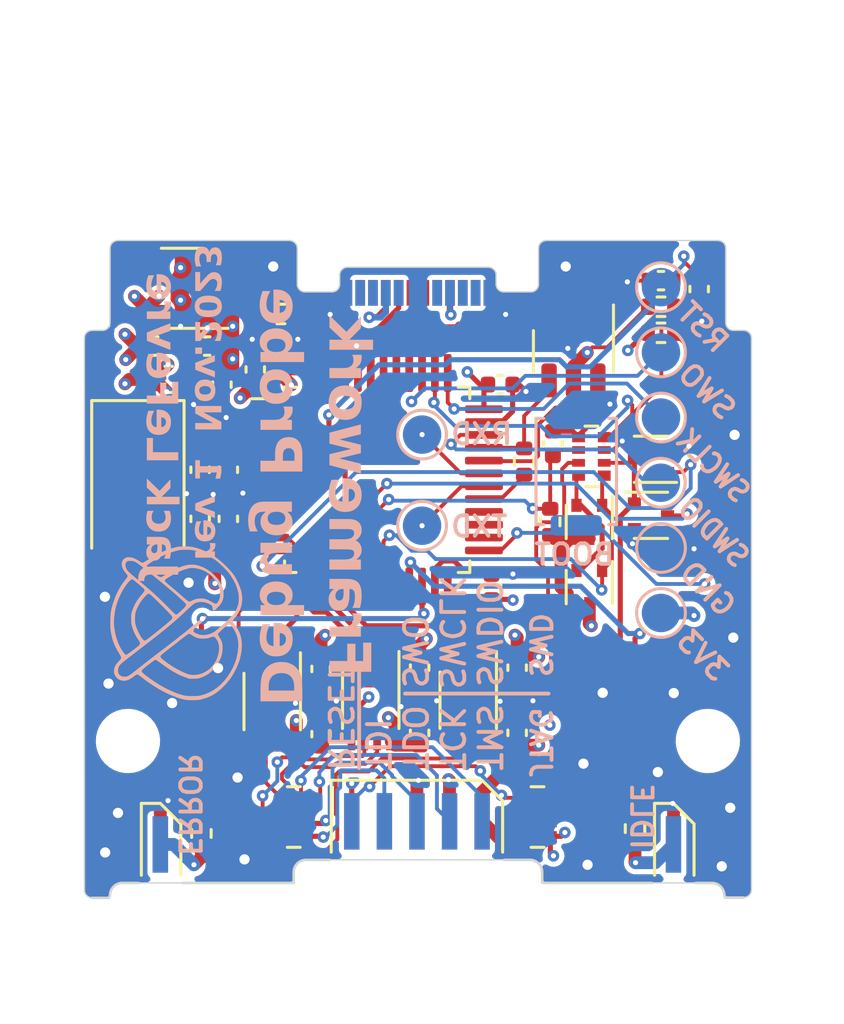
<source format=kicad_pcb>
(kicad_pcb (version 20221018) (generator pcbnew)
  (layers (0 "F.Cu" signal) (1 "In1.Cu" signal) (2 "In2.Cu" signal) (31 "B.Cu" signal) (34 "B.Paste" user) (35 "F.Paste" user) (36 "B.SilkS" user "B.Silkscreen") (37 "F.SilkS" user "F.Silkscreen") (38 "B.Mask" user) (39 "F.Mask" user) (44 "Edge.Cuts" user))
  (net 0 "")
  (net 1 "/HSE_OUT")
  (net 2 "GND")
  (net 3 "/HSE_IN")
  (net 4 "+3V3")
  (net 5 "VDDA")
  (net 6 "VBUS_MEAS")
  (net 7 "VBUS")
  (net 8 "xTPWR")
  (net 9 "TPWR_MEAS")
  (net 10 "Net-(D2-A)")
  (net 11 "Net-(D3-A)")
  (net 12 "xRST")
  (net 13 "TPWR")
  (net 14 "SWDIO")
  (net 15 "nRST")
  (net 16 "SWCLK")
  (net 17 "SWO")
  (net 18 "/TMS")
  (net 19 "/TCK")
  (net 20 "/TDO")
  (net 22 "/TDI")
  (net 23 "/RST")
  (net 26 "Net-(P1-CC)")
  (net 27 "/SSD+")
  (net 28 "/SSD-")
  (net 38 "iRST")
  (net 39 "RST_SENSE")
  (net 40 "PWR_BR")
  (net 41 "Net-(U2-PB12)")
  (net 42 "/USB_PU")
  (net 43 "USB_D+")
  (net 44 "LED1")
  (net 45 "LED2")
  (net 46 "xTCK")
  (net 47 "xTMS")
  (net 48 "xTDO")
  (net 49 "xTDI")
  (net 50 "USB_D-")
  (net 55 "TMS_DIR")
  (net 56 "iTDI")
  (net 57 "iTMS")
  (net 58 "iTCK")
  (net 59 "iTDO")
  (net 63 "iTXD")
  (net 64 "iRXD")
  (net 73 "Net-(RN3D-R4.1)")
  (footprint "Resistor_SMD:R_0402_1005Metric" (layer "F.Cu") (at 133.4 94.69 -90)
    (fp_text reference "R10" hide)
    (fp_text value "330R")
  )
  (footprint "Capacitor_SMD:C_0402_1005Metric" (layer "F.Cu") (at 145.05 77.2)
    (fp_text reference "C4" hide)
    (fp_text value "100n")
  )
  (footprint "Capacitor_SMD:C_0402_1005Metric" (layer "F.Cu") (at 145.705 88.23 -90)
    (fp_text reference "C18" hide)
    (fp_text value "100n")
  )
  (footprint "Capacitor_SMD:C_0402_1005Metric" (layer "F.Cu") (at 152.8 73.48 -90)
    (fp_text reference "C7" hide)
    (fp_text value "100n")
  )
  (footprint "Package_QFP:LQFP-48_7x7mm_P0.5mm" (layer "F.Cu") (at 140.25 80.9125)
    (fp_text reference "U2" hide)
    (fp_text value "STM32F103C8T6")
  )
  (footprint "Capacitor_SMD:C_0402_1005Metric" (layer "F.Cu") (at 135.5 76.6125 90)
    (fp_text reference "C5" hide)
    (fp_text value "100n")
  )
  (footprint "Crystal:Crystal_SMD_5032-2Pin_5.0x3.2mm" (layer "F.Cu") (at 130.925 80.875 -90)
    (fp_text reference "Y1" hide)
    (fp_text value "8MHz")
  )
  (footprint "Resistor_SMD:R_0402_1005Metric" (layer "F.Cu") (at 146.994 82.55 -90)
    (fp_text reference "R21" hide)
    (fp_text value "4k7")
  )
  (footprint "Resistor_SMD:R_0402_1005Metric" (layer "F.Cu") (at 145.978 80.2 90)
    (fp_text reference "R7" hide)
    (fp_text value "1k5")
  )
  (footprint "Capacitor_SMD:C_0402_1005Metric" (layer "F.Cu") (at 141.905 90.77 90)
    (fp_text reference "C21" hide)
    (fp_text value "100n")
  )
  (footprint "TestPoint:TestPoint_Pad_1.5x1.5mm" (layer "F.Cu") (at 147.537868 72.587868)
    (fp_text reference "TP3" hide)
    (fp_text value "TestPoint")
  )
  (footprint "Resistor_SMD:R_0402_1005Metric" (layer "F.Cu") (at 151.312 75.184 180)
    (fp_text reference "R4" hide)
    (fp_text value "220k")
  )
  (footprint "Package_TO_SOT_SMD:SOT-523" (layer "F.Cu") (at 148.518 82.55 -90)
    (fp_text reference "Q2" hide)
    (fp_text value "CJE3139K")
  )
  (footprint "Capacitor_SMD:C_0402_1005Metric" (layer "F.Cu") (at 136.55 76.1125 90)
    (fp_text reference "C8" hide)
    (fp_text value "100n")
  )
  (footprint "Package_TO_SOT_SMD:SOT-23-6" (layer "F.Cu") (at 147.9 75.9 -90)
    (fp_text reference "U1" hide)
    (fp_text value "WE-TVS-82400102")
  )
  (footprint "Package_TO_SOT_SMD:SOT-23-5" (layer "F.Cu") (at 132.6375 73.45 180)
    (fp_text reference "U9" hide)
    (fp_text value "AP2112K-3.3")
  )
  (footprint "Capacitor_SMD:C_0402_1005Metric" (layer "F.Cu") (at 147.1 79.5 90)
    (fp_text reference "C24" hide)
    (fp_text value "100n")
  )
  (footprint "Capacitor_SMD:C_0402_1005Metric" (layer "F.Cu") (at 144.708 85.09 90)
    (fp_text reference "C6" hide)
    (fp_text value "100n")
  )
  (footprint "Capacitor_SMD:C_0402_1005Metric" (layer "F.Cu") (at 133.35 82.4325 90)
    (fp_text reference "C9" hide)
    (fp_text value "1u")
  )
  (footprint "Resistor_SMD:R_Array_Convex_4x0402" (layer "F.Cu") (at 146.5 94.05)
    (fp_text reference "RN2" hide)
    (fp_text value "121R")
  )
  (footprint "Package_TO_SOT_SMD:SOT-523" (layer "F.Cu") (at 148.518 85.09 -90)
    (fp_text reference "Q1" hide)
    (fp_text value "CJE3139K")
  )
  (footprint "Capacitor_SMD:C_0402_1005Metric" (layer "F.Cu") (at 151.312 73.152 180)
    (fp_text reference "C13" hide)
    (fp_text value "100n")
  )
  (footprint "Capacitor_SMD:C_0402_1005Metric" (layer "F.Cu") (at 141.905 88.23 -90)
    (fp_text reference "C17" hide)
    (fp_text value "100n")
  )
  (footprint "MountingHole:MountingHole_2.2mm_M2" (layer "F.Cu") (at 130.537868 91.087868)
    (fp_text reference "H1" hide)
    (fp_text value "MountingHole")
  )
  (footprint "Package_TO_SOT_SMD:SOT-523" (layer "F.Cu") (at 150.921 80.112 180)
    (fp_text reference "Q5" hide)
    (fp_text value "2N7002")
  )
  (footprint "Capacitor_SMD:C_0402_1005Metric" (layer "F.Cu") (at 138.065 90.82 90)
    (fp_text reference "C23" hide)
    (fp_text value "100n")
  )
  (footprint "Capacitor_SMD:C_0603_1608Metric" (layer "F.Cu") (at 132.125 77)
    (fp_text reference "C3" hide)
    (fp_text value "4u7")
  )
  (footprint "Capacitor_SMD:C_0402_1005Metric" (layer "F.Cu") (at 134.45 80.52 -90)
    (fp_text reference "C1" hide)
    (fp_text value "30p")
  )
  (footprint "Resistor_SMD:R_Array_Convex_4x0402" (layer "F.Cu") (at 137 94.05 180)
    (fp_text reference "RN1" hide)
    (fp_text value "121R")
  )
  (footprint "Connectors:LED_THT_Edge Mount" (layer "F.Cu") (at 151.8 95.1175 180)
    (fp_text reference "D2" hide)
    (fp_text value "Orange")
    (fp_line (start -0.86 -1.5) (end 0.84 -1.5) (stroke (width 0.05)) (layer "Edge.Cuts"))
  )
  (footprint "Connectors:LED_THT_Edge Mount" (layer "F.Cu") (at 131.8 95.1175 180)
    (fp_text reference "D3" hide)
    (fp_text value "Red")
    (fp_line (start -0.86 -1.5) (end 0.84 -1.5) (stroke (width 0.05)) (layer "Edge.Cuts"))
  )
  (footprint "Connectors:Cortex-10pin-sidemount" (layer "F.Cu") (at 141.8 94.2175 180)
    (fp_text reference "J2" hide)
    (fp_text value "Conn_ARM_JTAG_SWD_10")
    (fp_line (start -3.4 -1.5) (end 3.4 -1.5) (stroke (width 0.05)) (layer "Edge.Cuts"))
  )
  (footprint "NetTie:NetTie-2_SMD_Pad0.5mm" (layer "F.Cu") (at 133.92 84.46 90)
    (fp_text reference "NT1" hide)
    (fp_text value "NetTie_2")
  )
  (footprint "Resistor_SMD:R_Array_Convex_4x0402" (layer "F.Cu") (at 148.6 80)
    (fp_text reference "RN3" hide)
    (fp_text value "10k")
  )
  (footprint "Capacitor_SMD:C_0402_1005Metric" (layer "F.Cu") (at 131.6 75.7)
    (fp_text reference "C15" hide)
    (fp_text value "1u")
  )
  (footprint "Resistor_SMD:R_0402_1005Metric" (layer "F.Cu") (at 136.5 74.45 180)
    (fp_text reference "R1" hide)
    (fp_text value "5.1k")
  )
  (footprint "Capacitor_SMD:C_0402_1005Metric" (layer "F.Cu") (at 138.065 88.28 -90)
    (fp_text reference "C19" hide)
    (fp_text value "100n")
  )
  (footprint "MountingHole:MountingHole_2.2mm_M2" (layer "F.Cu") (at 153.137868 91.087868)
    (fp_text reference "H2" hide)
    (fp_text value "MountingHole")
  )
  (footprint "Package_SO:VSSOP-8_2.3x2mm_P0.5mm" (layer "F.Cu") (at 140 89.5 -90)
    (fp_text reference "U6" hide)
    (fp_text value "74LVC2T45DC")
  )
  (footprint "Resistor_SMD:R_0402_1005Metric" (layer "F.Cu") (at 151.312 74.168 180)
    (fp_text reference "R5" hide)
    (fp_text value "4k7")
  )
  (footprint "Resistor_SMD:R_0402_1005Metric" (layer "F.Cu") (at 150.3 94.5 -90)
    (fp_text reference "R9" hide)
    (fp_text value "330R")
  )
  (footprint "Capacitor_SMD:C_0402_1005Metric" (layer "F.Cu") (at 134.2 77.205 -90)
    (fp_text reference "C14" hide)
    (fp_text value "1u")
  )
  (footprint "Package_TO_SOT_SMD:SOT-523" (layer "F.Cu") (at 150.921 82.296)
    (fp_text reference "Q6" hide)
    (fp_text value "2N7002")
  )
  (footprint "Capacitor_SMD:C_0402_1005Metric" (layer "F.Cu") (at 133.625 75.7 180)
    (fp_text reference "C11" hide)
    (fp_text value "100n")
  )
  (footprint "Capacitor_SMD:C_0402_1005Metric" (layer "F.Cu") (at 133.35 80.52 -90)
    (fp_text reference "C2" hide)
    (fp_text value "30p")
  )
  (footprint "Capacitor_SMD:C_0402_1005Metric" (layer "F.Cu") (at 134.45 82.4325 90)
    (fp_text reference "C10" hide)
    (fp_text value "100n")
  )
  (footprint "Expansion_Card:USB_C_Plug_Molex_105444" (layer "F.Cu") (at 141.837868 73.587868)
    (fp_text reference "P1" hide)
    (fp_text value "USB_C_Plug")
    (fp_line (start -3.35 0) (end -4.3 0) (stroke (width 0.05)) (layer "Edge.Cuts"))
    (fp_line (start -3.05 -0.66) (end -3.05 -0.3) (stroke (width 0.05)) (layer "Edge.Cuts"))
    (fp_line (start -2.75 -0.96) (end 2.75 -0.96) (stroke (width 0.05)) (layer "Edge.Cuts"))
    (fp_line (start 3.05 -0.66) (end 3.05 -0.3) (stroke (width 0.05)) (layer "Edge.Cuts"))
    (fp_line (start 3.35 0) (end 4.3 0) (stroke (width 0.05)) (layer "Edge.Cuts"))
    (fp_arc (start -3.05 -0.66) (mid -2.962132 -0.872132) (end -2.75 -0.96) (stroke (width 0.05)) (layer "Edge.Cuts"))
    (fp_arc (start -3.05 -0.3) (mid -3.137868 -0.087868) (end -3.35 0) (stroke (width 0.05)) (layer "Edge.Cuts"))
    (fp_arc (start 2.75 -0.96) (mid 2.962132 -0.872132) (end 3.05 -0.66) (stroke (width 0.05)) (layer "Edge.Cuts"))
    (fp_arc (start 3.35 0) (mid 3.137868 -0.087868) (end 3.05 -0.3) (stroke (width 0.05)) (layer "Edge.Cuts"))
  )
  (footprint "Package_SO:VSSOP-8_2.3x2mm_P0.5mm" (layer "F.Cu") (at 136.16 89.55 -90)
    (fp_text reference "U8" hide)
    (fp_text value "74LVC2T45DC")
  )
  (footprint "Capacitor_SMD:C_0402_1005Metric" (layer "F.Cu") (at 145.705 90.77 90)
    (fp_text reference "C22" hide)
    (fp_text value "100n")
  )
  (footprint "Package_SO:VSSOP-8_2.3x2mm_P0.5mm" (layer "F.Cu") (at 143.8 89.5 -90)
    (fp_text reference "U7" hide)
    (fp_text value "74LVC2T45DC")
  )
  (footprint "TestPoint:TestPoint_Pad_1.5x1.5mm" (layer "F.Cu") (at 136.137868 72.587868)
    (fp_text reference "TP1" hide)
    (fp_text value "TestPoint")
  )
  (footprint "TestPoint:TestPoint_Pad_D1.5mm" (layer "B.Cu") (at 151.312 86.1 180)
    (fp_text reference "TP10" hide)
    (fp_text value "TestPoint")
  )
  (footprint "TestPoint:TestPoint_Pad_D1.5mm" (layer "B.Cu") (at 151.312 73.406 180)
    (fp_text reference "TP5" hide)
    (fp_text value "TestPoint")
  )
  (footprint "TestPoint:TestPoint_Pad_D1.5mm" (layer "B.Cu") (at 151.312 83.566 180)
    (fp_text reference "TP9" hide)
    (fp_text value "TestPoint")
  )
  (footprint "TestPoint:TestPoint_Pad_1.5x1.5mm" (layer "B.Cu") (at 147.537868 72.587868)
    (fp_text reference "TP4" hide)
    (fp_text value "TestPoint")
  )
  (footprint "TestPoint:TestPoint_Pad_D1.5mm" (layer "B.Cu") (at 151.306 81.026 180)
    (fp_text reference "TP7" hide)
    (fp_text value "TestPoint")
  )
  (footprint "TestPoint:TestPoint_Pad_D1.5mm" (layer "B.Cu") (at 151.312 75.946 180)
    (fp_text reference "TP8" hide)
    (fp_text value "TestPoint")
  )
  (footprint "Connectors:pretzel" (layer "B.Cu") (at 132.42 86.5 90)
    (fp_text reference "G***" hide)
    (fp_text value "LOGO" hide)
  )
  (footprint "TestPoint:TestPoint_Pad_1.5x1.5mm" (layer "B.Cu") (at 136.137868 72.587868)
    (fp_text reference "TP2" hide)
    (fp_text value "TestPoint")
  )
  (footprint "TestPoint:TestPoint_Pad_D1.5mm" (layer "B.Cu") (at 151.312 78.486 180)
    (fp_text reference "TP6" hide)
    (fp_text value "TestPoint")
  )
  (footprint "Button_Switch_SMD:SW_Push_SPST_NO_Alps_SKRK" (layer "B.Cu") (at 148.01 80.586 -90)
    (fp_text reference "SW1" hide)
    (fp_text value "SW_Push")
  )
  (footprint "TestPoint:TestPoint_Pad_D1.5mm" (layer "B.Cu") (at 142 82.7)
    (fp_text reference "TP11" hide)
    (fp_text value "TestPoint")
  )
  (footprint "TestPoint:TestPoint_Pad_D1.5mm" (layer "B.Cu") (at 142 79.15)
    (fp_text reference "TP12" hide)
    (fp_text value "TestPoint")
  )
  (gr_line (start 141.335 89.24) (end 146.93 89.24) (stroke (width 0.15)) (layer "B.SilkS"))
  (gr_arc (start 154.137868 75.087868) (mid 153.925733 74.999993) (end 153.837868 74.787868) (stroke (width 0.05)) (layer "Edge.Cuts"))
  (gr_arc (start 146.537868 71.887868) (mid 146.625745 71.675745) (end 146.837868 71.587868) (stroke (width 0.05)) (layer "Edge.Cuts"))
  (gr_arc (start 153.537868 71.587868) (mid 153.749997 71.675729) (end 153.837868 71.887868) (stroke (width 0.05)) (layer "Edge.Cuts"))
  (gr_arc (start 154.537868 75.087868) (mid 154.749997 75.175729) (end 154.837868 75.387868) (stroke (width 0.05)) (layer "Edge.Cuts"))
  (gr_line (start 146.537868 73.287868) (end 146.537868 71.887868) (stroke (width 0.05)) (layer "Edge.Cuts"))
  (gr_arc (start 146.2 95.7175) (mid 146.541179 95.858821) (end 146.6825 96.2) (stroke (width 0.1)) (layer "Edge.Cuts"))
  (gr_line (start 137.477859 95.719641) (end 138.4 95.7175) (stroke (width 0.1)) (layer "Edge.Cuts"))
  (gr_arc (start 129.837868 71.887868) (mid 129.925745 71.675745) (end 130.137868 71.587868) (stroke (width 0.05)) (layer "Edge.Cuts"))
  (gr_line (start 152.66 96.6175) (end 153.3 96.6175) (stroke (width 0.1)) (layer "Edge.Cuts"))
  (gr_line (start 145.2 95.7175) (end 146.2 95.7175) (stroke (width 0.1)) (layer "Edge.Cuts"))
  (gr_line (start 136.995359 96.202141) (end 136.995359 96.6175) (stroke (width 0.1)) (layer "Edge.Cuts"))
  (gr_arc (start 137.437868 73.587868) (mid 137.225733 73.499993) (end 137.137868 73.287868) (stroke (width 0.05)) (layer "Edge.Cuts"))
  (gr_arc (start 136.995359 96.202141) (mid 137.13668 95.860962) (end 137.477859 95.719641) (stroke (width 0.1)) (layer "Edge.Cuts"))
  (gr_arc (start 153.3 96.6175) (mid 153.641179 96.758821) (end 153.7825 97.1) (stroke (width 0.1)) (layer "Edge.Cuts"))
  (gr_line (start 129.137868 75.087868) (end 129.537868 75.087868) (stroke (width 0.05)) (layer "Edge.Cuts"))
  (gr_line (start 153.7825 97.1) (end 153.8 97.187856) (stroke (width 0.1)) (layer "Edge.Cuts"))
  (gr_line (start 150.96 96.6175) (end 146.8 96.6175) (stroke (width 0.1)) (layer "Edge.Cuts"))
  (gr_arc (start 154.837859 96.887856) (mid 154.750003 97.1) (end 154.537859 97.187856) (stroke (width 0.05)) (layer "Edge.Cuts"))
  (gr_line (start 128.837868 75.387868) (end 128.84 96.9) (stroke (width 0.05)) (layer "Edge.Cuts"))
  (gr_line (start 153.837868 74.787868) (end 153.837868 71.887868) (stroke (width 0.05)) (layer "Edge.Cuts"))
  (gr_line (start 132.66 96.6175) (end 137 96.6175) (stroke (width 0.1)) (layer "Edge.Cuts"))
  (gr_line (start 146.137868 73.587868) (end 146.237868 73.587868) (stroke (width 0.05)) (layer "Edge.Cuts"))
  (gr_line (start 154.537859 97.187856) (end 153.8 97.187856) (stroke (width 0.1)) (layer "Edge.Cuts"))
  (gr_line (start 146.837868 71.587868) (end 153.537868 71.587868) (stroke (width 0.05)) (layer "Edge.Cuts"))
  (gr_line (start 146.6825 96.2) (end 146.6825 96.6) (stroke (width 0.1)) (layer "Edge.Cuts"))
  (gr_line (start 137.137868 73.287868) (end 137.137868 71.887868) (stroke (width 0.05)) (layer "Edge.Cuts"))
  (gr_line (start 129.8 97.2) (end 129.14 97.2) (stroke (width 0.1)) (layer "Edge.Cuts"))
  (gr_arc (start 129.837868 74.787868) (mid 129.750009 75.000009) (end 129.537868 75.087868) (stroke (width 0.05)) (layer "Edge.Cuts"))
  (gr_arc (start 128.837868 75.387868) (mid 128.925745 75.175745) (end 129.137868 75.087868) (stroke (width 0.05)) (layer "Edge.Cuts"))
  (gr_line (start 129.837868 74.787868) (end 129.837868 71.887868) (stroke (width 0.05)) (layer "Edge.Cuts"))
  (gr_arc (start 136.837868 71.587868) (mid 137.049997 71.675729) (end 137.137868 71.887868) (stroke (width 0.05)) (layer "Edge.Cuts"))
  (gr_line (start 146.8 96.6175) (end 146.6825 96.6) (stroke (width 0.1)) (layer "Edge.Cuts"))
  (gr_arc (start 146.537868 73.287868) (mid 146.450009 73.500009) (end 146.237868 73.587868) (stroke (width 0.05)) (layer "Edge.Cuts"))
  (gr_line (start 130.32 96.6175) (end 130.96 96.6175) (stroke (width 0.1)) (layer "Edge.Cuts"))
  (gr_line (start 154.137868 75.087868) (end 154.537868 75.087868) (stroke (width 0.05)) (layer "Edge.Cuts"))
  (gr_line (start 136.837868 71.587868) (end 130.137868 71.587868) (stroke (width 0.05)) (layer "Edge.Cuts"))
  (gr_arc (start 129.8375 97.1) (mid 129.978821 96.758821) (end 130.32 96.6175) (stroke (width 0.1)) (layer "Edge.Cuts"))
  (gr_line (start 129.8 97.2) (end 129.8375 97.1) (stroke (width 0.1)) (layer "Edge.Cuts"))
  (gr_line (start 137.437868 73.587868) (end 137.537868 73.587868) (stroke (width 0.05)) (layer "Edge.Cuts"))
  (gr_line (start 154.837868 75.387868) (end 154.837859 96.887856) (stroke (width 0.05)) (layer "Edge.Cuts"))
  (gr_arc (start 129.14 97.2) (mid 128.927868 97.112132) (end 128.84 96.9) (stroke (width 0.05)) (layer "Edge.Cuts"))
  (gr_text "GND" (at 153.73 86.43 315) (layer "B.SilkS") (effects (font (size 0.8 0.8)) (justify left bottom mirror)))
  (gr_text "SWCLK" (at 154.29 81.98 315) (layer "B.SilkS") (effects (font (size 0.8 0.7)) (justify left bottom mirror)))
  (gr_text "SWO" (at 153.74 78.76 315) (layer "B.SilkS") (effects (font (size 0.8 0.8)) (justify left bottom mirror)))
  (gr_text "Framework\nDebug Probe" (at 135.43 81.57 270) (layer "B.SilkS") (effects (font (size 1.6 1.6)) (justify bottom mirror)))
  (gr_text "RST" (at 153.46 76.14 315) (layer "B.SilkS") (effects (font (size 0.8 0.8)) (justify left bottom mirror)))
  (gr_text "rev 1  Nov.2023" (at 132.99 77.89 270) (layer "B.SilkS") (effects (font (size 1 1)) (justify bottom mirror)))
  (gr_text "JTAG  SWD" (at 146.14 92.61 270) (layer "B.SilkS") (effects (font (size 0.8 0.8)) (justify left bottom mirror)))
  (gr_text "TMS SWDIO\nTCK SWCLK\nTDO SWO\nTDI\n~{RESET}" (at 138.28 92.33 270) (layer "B.SilkS") (effects (font (size 0.9 0.9)) (justify left bottom mirror)))
  (gr_text "IDLE" (at 150.08 95.4 -90) (layer "B.SilkS") (effects (font (size 0.8 0.8)) (justify left bottom mirror)))
  (gr_text "RXD" (at 145.6 79.6) (layer "B.SilkS") (effects (font (size 0.8 0.8)) (justify left bottom mirror)))
  (gr_text "Jack LeFevre" (at 131.07 78.79 270) (layer "B.SilkS") (effects (font (size 1.2 1.2)) (justify bottom mirror)))
  (gr_text "BOOT" (at 149.58 84.29) (layer "B.SilkS") (effects (font (size 0.8 0.8)) (justify left bottom mirror)))
  (gr_text "SWDIO" (at 154.25 84.5 315) (layer "B.SilkS") (effects (font (size 0.8 0.7)) (justify left bottom mirror)))
  (gr_text "TXD" (at 145.41 83.2) (layer "B.SilkS") (effects (font (size 0.8 0.8)) (justify left bottom mirror)))
  (gr_text "3V3" (at 153.45 88.94 -45) (layer "B.SilkS") (effects (font (size 0.8 0.8)) (justify left bottom mirror)))
  (gr_text "ERROR" (at 132.47 95.65 -90) (layer "B.SilkS") (effects (font (size 0.8 0.8)) (justify left bottom mirror)))
  (segment (start 133.435 79.025) (end 134.45 80.04) (width 0.15) (layer "F.Cu") (net 1))
  (segment (start 130.925 79.025) (end 133.435 79.025) (width 0.15) (layer "F.Cu") (net 1))
  (segment (start 136.0875 80.1625) (end 134.5725 80.1625) (width 0.15) (layer "F.Cu") (net 1))
  (segment (start 136.55 75.6325) (end 136.9655 75.6325) (width 0.5) (layer "F.Cu") (net 2))
  (segment (start 141.8 92.68) (end 141.86 92.62) (width 0.5) (layer "F.Cu") (net 2))
  (segment (start 144.708 84.61) (end 145.514 84.61) (width 0.2) (layer "F.Cu") (net 2))
  (segment (start 142.82 88.57) (end 142.82 88.18) (width 0.5) (layer "F.Cu") (net 2))
  (segment (start 137.06741 89.618822) (end 137.196232 89.49) (width 0.5) (layer "F.Cu") (net 2))
  (segment (start 141.905 89.75) (end 142.34 89.75) (width 0.5) (layer "F.Cu") (net 2))
  (segment (start 141.905 89.49) (end 141.905 88.71) (width 0.5) (layer "F.Cu") (net 2))
  (segment (start 151.566 79.612) (end 152.388 79.612) (width 0.15) (layer "F.Cu") (net 2))
  (segment (start 143.792 84.61) (end 144.708 84.61) (width 0.2) (layer "F.Cu") (net 2))
  (segment (start 152.8 73.96) (end 152.8 74.625851) (width 0.15) (layer "F.Cu") (net 2))
  (segment (start 151.8 93.55) (end 151.77 93.52) (width 0.5) (layer "F.Cu") (net 2))
  (segment (start 139.2 88) (end 139.2 87.95) (width 0.5) (layer "F.Cu") (net 2))
  (segment (start 145.705 89.39) (end 146.19 89.39) (width 0.5) (layer "F.Cu") (net 2))
  (segment (start 143 91) (end 143 91.05) (width 0.5) (layer "F.Cu") (net 2))
  (segment (start 147.9 75.570762) (end 147.680381 75.790381) (width 0.5) (layer "F.Cu") (net 2))
  (segment (start 136 75.6325) (end 136.55 75.6325) (width 0.5) (layer "F.Cu") (net 2))
  (segment (start 133.145 75.7) (end 132.08 75.7) (width 0.5) (layer "F.Cu") (net 2))
  (segment (start 133.27 81) (end 132.82 81.45) (width 0.2) (layer "F.Cu") (net 2))
  (segment (start 133.585 77.685) (end 132.9 77) (width 0.5) (layer "F.Cu") (net 2))
  (segment (start 150.2 83.4) (end 150.276 83.324) (width 0.15) (layer "F.Cu") (net 2))
  (segment (start 138.62 89.49) (end 138.66 89.53) (width 0.5) (layer "F.Cu") (net 2))
  (segment (start 149.45 79.75) (end 149.8 79.4) (width 0.15) (layer "F.Cu") (net 2))
  (segment (start 138.065 89.49) (end 138.62 89.49) (width 0.5) (layer "F.Cu") (net 2))
  (segment (start 142.82 88.18) (end 143 88) (width 0.5) (layer "F.Cu") (net 2))
  (segment (start 138.44 88.76) (end 139.2 88) (width 0.5) (layer "F.Cu") (net 2))
  (segment (start 152.8 74.625851) (end 152.902906 74.728757) (width 0.15) (layer "F.Cu") (net 2))
  (segment (start 139.5 75.746) (end 139.446 75.692) (width 0.2) (layer "F.Cu") (net 2))
  (segment (start 145.109619 78.6625) (end 144.4125 78.6625) (width 0.2) (layer "F.Cu") (net 2))
  (segment (start 134.3325 81.9525) (end 133.86 81.48) (width 0.2) (layer "F.Cu") (net 2))
  (segment (start 145.705 89.39) (end 145.705 88.71) (width 0.5) (layer "F.Cu") (net 2))
  (segment (start 141.865 88.75) (end 139.2 88.75) (width 0.5) (layer "F.Cu") (net 2))
  (segment (start 148.1 79.186182) (end 149.32271 77.963472) (width 0.2) (layer "F.Cu") (net 2))
  (segment (start 139.2 88.75) (end 138.965 88.515) (width 0.5) (layer "F.Cu") (net 2))
  (segment (start 143.07 92.63) (end 143.03 92.59) (width 0.5) (layer "F.Cu") (net 2))
  (segment (start 132.08 75.438) (end 132.588 74.93) (width 0.5) (layer "F.Cu") (net 2))
  (segment (start 135.251534 81.6625) (end 135.0186 81.429566) (width 0.2) (layer "F.Cu") (net 2))
  (segment (start 145.53 78.242119) (end 145.109619 78.6625) (width 0.2) (layer "F.Cu") (net 2))
  (segment (start 137.579619 75.6325) (end 136.55 75.6325) (width 0.2) (layer "F.Cu") (net 2))
  (segment (start 138.025 88.8) (end 135.36 88.8) (width 0.5) (layer "F.Cu") (net 2))
  (segment (start 142.29 90.29) (end 143 91) (width 0.5) (layer "F.Cu") (net 2))
  (segment (start 150.832 73.152) (end 150.048 73.152) (width 0.15) (layer "F.Cu") (net 2))
  (segment (start 136 75.6325) (end 135.99 75.6225) (width 0.5) (layer "F.Cu") (net 2))
  (segment (start 136.9655 75.6325) (end 137.16 75.438) (width 0.5) (layer "F.Cu") (net 2))
  (segment (start 141.905 89.49) (end 141.44 89.49) (width 0.5) (layer "F.Cu") (net 2))
  (segment (start 135.99 75.6225) (end 135.99 74.45) (width 0.5) (layer "F.Cu") (net 2))
  (segment (start 133.389 77.685) (end 133.585 77.685) (width 0.5) (layer "F.Cu") (net 2))
  (segment (start 145.71 77.02) (end 145.53 77.2) (width 0.2) (layer "F.Cu") (net 2))
  (segment (start 150.048 73.152) (end 150 73.2) (width 0.15) (layer "F.Cu") (net 2))
  (segment (start 134.2 77.685) (end 134.2 78.32) (width 0.5) (layer "F.Cu") (net 2))
  (segment (start 137.196232 89.49) (end 138.065 89.49) (width 0.5) (layer "F.Cu") (net 2))
  (segment (start 151.8 95.1175) (end 151.8 93.55) (width 0.5) (layer "F.Cu") (net 2))
  (segment (start 143 88.75) (end 142.82 88.57) (width 0.5) (layer "F.Cu") (net 2))
  (segment (start 135.5 75.556) (end 135.382 75.438) (width 0.5) (layer "F.Cu") (net 2))
  (segment (start 141.905 88.71) (end 141.865 88.75) (width 0.5) (layer "F.Cu") (net 2))
  (segment (start 132.08 75.7) (end 132.08 75.438) (width 0.5) (layer "F.Cu") (net 2))
  (segment (start 134.2 78.32) (end 134.366 78.486) (width 0.5) (layer "F.Cu") (net 2))
  (segment (start 141.905 90.29) (end 141.905 89.75) (width 0.5) (layer "F.Cu") (net 2))
  (segment (start 135.36 88.8) (end 135.36 88) (width 0.5) (layer "F.Cu") (net 2))
  (segment (start 147.9 74.7625) (end 147.9 75.570762) (width 0.5) (layer "F.Cu") (net 2))
  (segment (start 147.87 79.02) (end 148.1 79.25) (width 0.2) (layer "F.Cu") (net 2))
  (segment (start 143.256 84.074) (end 143.792 84.61) (width 0.2) (layer "F.Cu") (net 2))
  (segment (start 145.53 77.2) (end 145.78 77.2) (width 0.2) (layer "F.Cu") (net 2))
  (segment (start 145.705 90.29) (end 145.705 89.39) (width 0.5) (layer "F.Cu") (net 2))
  (segment (start 131.8 93.71) (end 132.1 93.41) (width 0.5) (layer "F.Cu") (net 2))
  (segment (start 141.905 88.71) (end 142.29 88.71) (width 0.5) (layer "F.Cu") (net 2))
  (segment (start 147.1 79.02) (end 147.87 79.02) (width 0.2) (layer "F.Cu") (net 2))
  (segment (start 142.803881 84.074) (end 143.256 84.074) (width 0.2) (layer "F.Cu") (net 2))
  (segment (start 152.388 79.612) (end 152.4 79.6) (width 0.15) (layer "F.Cu") (net 2))
  (segment (start 142.34 89.75) (end 142.57 89.52) (width 0.5) (layer "F.Cu") (net 2))
  (segment (start 145.665 88.75) (end 143 88.75) (width 0.5) (layer "F.Cu") (net 2))
  (segment (start 145.705 88.71) (end 145.665 88.75) (width 0.5) (layer "F.Cu") (net 2))
  (segment (start 133.3225 81.9525) (end 132.82 81.45) (width 0.2) (layer "F.Cu") (net 2))
  (segment (start 146.19 89.39) (end 146.32 89.52) (width 0.5) (layer "F.Cu") (net 2))
  (segment (start 134.589034 81) (end 135.0186 81.429566) (width 0.2) (layer "F.Cu") (net 2))
  (segment (start 142.29 88.71) (end 143 88) (width 0.5) (layer "F.Cu") (net 2))
  (segment (start 133.096 77.978) (end 133.389 77.685) (width 0.5) (layer "F.Cu") (net 2))
  (segment (start 139.087868 73.797868) (end 138.417868 74.467868) (width 0.2) (layer "F.Cu") (net 2))
  (segment (start 145.514 84.61) (end 145.542 84.582) (width 0.2) (layer "F.Cu") (net 2))
  (segment (start 131.8 95.1175) (end 131.8 93.71) (width 0.5) (layer "F.Cu") (net 2))
  (segment (start 132.9 75.945) (end 133.145 75.7) (width 0.5) (layer "F.Cu") (net 2))
  (segment (start 141.905 90.29) (end 142.29 90.29) (width 0.5) (layer "F.Cu") (net 2))
  (segment (start 150.276 83.324) (end 150.276 82.796) (width 0.15) (layer "F.Cu") (net 2))
  (segment (start 143 88) (end 143 87.95) (width 0.5) (layer "F.Cu") (net 2))
  (segment (start 135.275736 73.45) (end 136.125736 72.6) (width 0.5) (layer "F.Cu") (net 2))
  (segment (start 139.5 76.75) (end 139.5 75.746) (width 0.2) (layer "F.Cu") (net 2))
  (segment (start 141.44 89.49) (end 141.18 89.75) (width 0.5) (layer "F.Cu") (net 2))
  (segment (start 138 76.052881) (end 137.579619 75.6325) (width 0.2) (layer "F.Cu") (net 2))
  (segment (start 138 76.75) (end 138 76.052881) (width 0.2) (layer "F.Cu") (net 2))
  (segment (start 145.705 89.39) (end 145.19 89.39) (width 0.5) (layer "F.Cu") (net 2))
  (segment (start 144.587868 73.797868) (end 145.257868 74.467868) (width 0.2) (layer "F.Cu") (net 2))
  (segment (start 145.19 89.39) (end 145.04 89.54) (width 0.5) (layer "F.Cu") (net 2))
  (segment (start 141.8 94.2175) (end 141.8 92.68) (width 0.5) (layer "F.Cu") (net 2))
  (segment (start 141.905 89.75) (end 141.905 89.49) (width 0.5) (layer "F.Cu") (net 2))
  (segment (start 136.0875 81.6625) (end 135.251534 81.6625) (width 0.2) (layer "F.Cu") (net 2))
  (segment (start 138.065 88.76) (end 138.44 88.76) (width 0.5) (layer "F.Cu") (net 2))
  (segment (start 142.5 85.075) (end 142.5 84.377881) (width 0.2) (layer "F.Cu") (net 2))
  (segment (start 134.34 81) (end 133.86 81.48) (width 0.2) (layer "F.Cu") (net 2))
  (segment (start 138.065 90.34) (end 138.065 89.49) (width 0.5) (layer "F.Cu") (net 2))
  (segment (start 143.07 94.2175) (end 143.07 92.63) (width 0.5) (layer "F.Cu") (net 2))
  (segment (start 145.78 77.2) (end 146.05 77.47) (width 0.2) (layer "F.Cu") (net 2))
  (segment (start 139.26 94.2175) (end 139.26 92.77) (width 0.2) (layer "F.Cu") (net 2))
  (segment (start 138.065 88.76) (end 138.025 88.8) (width 0.5) (layer "F.Cu") (net 2))
  (segment (start 138.965 88.235) (end 139.2 88) (width 0.5) (layer "F.Cu") (net 2))
  (segment (start 138.065 89.49) (end 138.065 88.76) (width 0.5) (layer "F.Cu") (net 2))
  (segment (start 135.5 76.1325) (end 136 75.6325) (width 0.5) (layer "F.Cu") (net 2))
  (segment (start 134.2 77.685) (end 133.585 77.685) (width 0.5) (layer "F.Cu") (net 2))
  (segment (start 138.965 88.515) (end 138.965 88.235) (width 0.5) (layer "F.Cu") (net 2))
  (segment (start 134.495666 81.9525) (end 135.0186 81.429566) (width 0.2) (layer "F.Cu") (net 2))
  (segment (start 132.9 77) (end 132.9 75.945) (width 0.5) (layer "F.Cu") (net 2))
  (segment (start 133.38 81) (end 133.86 81.48) (width 0.2) (layer "F.Cu") (net 2))
  (segment (start 133.3875 81.9525) (end 133.86 81.48) (width 0.2) (layer "F.Cu") (net 2))
  (segment (start 149.1 79.75) (end 149.45 79.75) (width 0.15) (layer "F.Cu") (net 2))
  (segment (start 142.5 84.377881) (end 142.803881 84.074) (width 0.2) (layer "F.Cu") (net 2))
  (segment (start 145.53 77.2) (end 145.53 78.242119) (width 0.2) (layer "F.Cu") (net 2))
  (segment (start 133.775 73.45) (end 135.275736 73.45) (width 0.5) (layer "F.Cu") (net 2))
  (segment (start 135.5 76.1325) (end 135.5 75.556) (width 0.5) (layer "F.Cu") (net 2))
  (via (at 135.08 95.7) (size 0.8) (drill 0.4) (layers "F.Cu" "B.Cu") (net 2))
  (via (at 132.26 89.61) (size 0.8) (drill 0.4) (layers "F.Cu" "B.Cu") (net 2))
  (via (at 146.05 77.47) (size 0.45) (drill 0.2) (layers "F.Cu" "B.Cu") (net 2))
  (via (at 133.86 81.48) (size 0.45) (drill 0.2) (layers "F.Cu" "B.Cu") (net 2))
  (via (at 129.65 95.43) (size 0.8) (drill 0.4) (layers "F.Cu" "B.Cu") (net 2))
  (via (at 152.4 79.6) (size 0.45) (drill 0.2) (layers "F.Cu" "B.Cu") (net 2))
  (via (at 154.18 79.16) (size 0.8) (drill 0.4) (layers "F.Cu" "B.Cu") (net 2))
  (via (at 134.05 88.25) (size 0.8) (drill 0.4) (layers "F.Cu" "B.Cu") (net 2))
  (via (at 152.902906 74.728757) (size 0.45) (drill 0.2) (layers "F.Cu" "B.Cu") (net 2))
  (via (at 137.16 75.438) (size 0.45) (drill 0.2) (layers "F.Cu" "B.Cu") (net 2))
  (via (at 151.81 89.22) (size 0.8) (drill 0.4) (layers "F.Cu" "B.Cu") (net 2))
  (via (at 149.32271 77.963472) (size 0.45) (drill 0.2) (layers "F.Cu" "B.Cu") (net 2))
  (via (at 136.2 72.6) (size 0.8) (drill 0.4) (layers "F.Cu" "B.Cu") (net 2))
  (via (at 152.6 83.6) (size 0.45) (drill 0.2) (layers "F.Cu" "B.Cu") (net 2))
  (via (at 134.81 92.51) (size 0.8) (drill 0.4) (layers "F.Cu" "B.Cu") (net 2))
  (via (at 151.19 92.3) (size 0.8) (drill 0.4) (layers "F.Cu" "B.Cu") (net 2))
  (via (at 135.382 75.438) (size 0.45) (drill 0.2) (layers "F.Cu" "B.Cu") (net 2))
  (via (at 141.18 89.75) (size 0.45) (drill 0.2) (layers "F.Cu" "B.Cu") (net 2))
  (via (at 130.15 93.89) (size 0.8) (drill 0.4) (layers "F.Cu" "B.Cu") (net 2))
  (via (at 137.06741 89.618822) (size 0.45) (drill 0.2) (layers "F.Cu" "B.Cu") (net 2))
  (via (at 135.0186 81.429566) (size 0.45) (drill 0.2) (layers "F.Cu" "B.Cu") (net 2))
  (via (at 148.29 91.97) (size 0.8) (drill 0.4) (layers "F.Cu" "B.Cu") (net 2))
  (via (at 142.57 89.52) (size 0.45) (drill 0.2) (layers "F.Cu" "B.Cu") (net 2))
  (via (at 132.1 93.41) (size 0.45) (drill 0.2) (layers "F.Cu" "B.Cu") (net 2))
  (via (at 129.64 85.47) (size 0.8) (drill 0.4) (layers "F.Cu" "B.Cu") (net 2))
  (via (at 132.82 81.45) (size 0.45) (drill 0.2) (layers "F.Cu" "B.Cu") (net 2))
  (via (at 149.04 89.21) (size 0.8) (drill 0.4) (layers "F.Cu" "B.Cu") (net 2))
  (via (at 145.257868 74.467868) (size 0.45) (drill 0.2) (layers "F.Cu" "B.Cu") (net 2))
  (via (at 132.9 84.92) (size 0.8) (drill 0.4) (layers "F.Cu" "B.Cu") (net 2))
  (via (at 145.542 84.582) (size 0.45) (drill 0.2) (layers "F.Cu" "B.Cu") (net 2))
  (via (at 147.680381 75.790381) (size 0.45) (drill 0.2) (layers "F.Cu" "B.Cu") (net 2))
  (via (at 139.446 75.692) (size 0.45) (drill 0.2) (layers "F.Cu" "B.Cu") (net 2))
  (via (at 153.68 95.97) (size 0.8) (drill 0.4) (layers "F.Cu" "B.Cu") (net 2))
  (via (at 147.6 72.6) (size 0.8) (drill 0.4) (layers "F.Cu" "B.Cu") (net 2))
  (via (at 132.588 74.93) (size 0.45) (drill 0.2) (layers "F.Cu" "B.Cu") (net 2))
  (via (at 145.04 89.54) (size 0.45) (drill 0.2) (layers "F.Cu" "B.Cu") (net 2))
  (via (at 133.096 77.978) (size 0.45) (drill 0.2) (layers "F.Cu" "B.Cu") (net 2))
  (via (at 129.78 88.85) (size 0.8) (drill 0.4) (layers "F.Cu" "B.Cu") (net 2))
  (via (at 149.8 79.4) (size 0.45) (drill 0.2) (layers "F.Cu" "B.Cu") (net 2))
  (via (at 138.417868 74.467868) (size 0.45) (drill 0.2) (layers "F.Cu" "B.Cu") (net 2))
  (via (at 154.13 87.06) (size 0.8) (drill 0.4) (layers "F.Cu" "B.Cu") (net 2))
  (via (at 148.45 95.91) (size 0.8) (drill 0.4) (layers "F.Cu" "B.Cu") (net 2))
  (via (at 146.32 89.52) (size 0.45) (drill 0.2) (layers "F.Cu" "B.Cu") (net 2))
  (via (at 150 73.2) (size 0.45) (drill 0.2) (layers "F.Cu" "B.Cu") (net 2))
  (via (at 139.26 92.742998) (size 0.45) (drill 0.2) (layers "F.Cu" "B.Cu") (net 2))
  (via (at 151.77 93.52) (size 0.45) (drill 0.2) (layers "F.Cu" "B.Cu") (net 2))
  (via (at 150.2 83.4) (size 0.45) (drill 0.2) (layers "F.Cu" "B.Cu") (net 2))
  (via (at 134.366 78.486) (size 0.45) (drill 0.2) (layers "F.Cu" "B.Cu") (net 2))
  (via (at 143.03 92.59) (size 0.45) (drill 0.2) (layers "F.Cu" "B.Cu") (net 2))
  (via (at 154.01 93.69) (size 0.8) (drill 0.4) (layers "F.Cu" "B.Cu") (net 2))
  (via (at 138.66 89.53) (size 0.45) (drill 0.2) (layers "F.Cu" "B.Cu") (net 2))
  (via (at 141.86 92.62) (size 0.45) (drill 0.2) (layers "F.Cu" "B.Cu") (net 2))
  (segment (start 148.800182 78.486) (end 149.32271 77.963472) (width 0.5) (layer "B.Cu") (net 2))
  (segment (start 152.566 83.566) (end 151.312 83.566) (width 0.5) (layer "B.Cu") (net 2))
  (segment (start 148.01 78.486) (end 148.800182 78.486) (width 0.5) (layer "B.Cu") (net 2))
  (segment (start 144.587868 73.797868) (end 145.257868 74.467868) (width 0.2) (layer "B.Cu") (net 2))
  (segment (start 152.6 83.6) (end 152.566 83.566) (width 0.5) (layer "B.Cu") (net 2))
  (segment (start 139.087868 73.797868) (end 138.417868 74.467868) (width 0.2) (layer "B.Cu") (net 2))
  (segment (start 136.0875 80.6625) (end 135.945 80.52) (width 0.1) (layer "F.Cu") (net 3))
  (segment (start 135.945 80.52) (end 133.83 80.52) (width 0.1) (layer "F.Cu") (net 3))
  (segment (start 130.925 82.465) (end 133.35 80.04) (width 0.15) (layer "F.Cu") (net 3))
  (segment (start 133.83 80.52) (end 133.35 80.04) (width 0.1) (layer "F.Cu") (net 3))
  (segment (start 131.5 74.4) (end 131.12 74.78) (width 0.5) (layer "F.Cu") (net 4))
  (segment (start 131.12 75.7) (end 130.88 75.7) (width 0.5) (layer "F.Cu") (net 4))
  (segment (start 136.55 76.5925) (end 136.55 76.86) (width 0.5) (layer "F.Cu") (net 4))
  (segment (start 130.59 77) (end 130.42 77.17) (width 0.5) (layer "F.Cu") (net 4))
  (segment (start 144.6 87.9) (end 144.6 87.95) (width 0.5) (layer "F.Cu") (net 4))
  (segment (start 131.12 75.7) (end 130.98 75.7) (width 0.5) (layer "F.Cu") (net 4))
  (segment (start 131.12 75.7) (end 131.12 76.77) (width 0.5) (layer "F.Cu") (net 4))
  (segment (start 145.514 85.57) (end 145.542 85.598) (width 0.2) (layer "F.Cu") (net 4))
  (segment (start 136.96 87.95) (end 136.96 88) (width 0.5) (layer "F.Cu") (net 4))
  (segment (start 130.88 75.7) (end 130.42 75.24) (width 0.5) (layer "F.Cu") (net 4))
  (segment (start 145.705 87.75) (end 144.75 87.75) (width 0.5) (layer "F.Cu") (net 4))
  (segment (start 135.5 77.0925) (end 135.5 77.134) (width 0.5) (layer "F.Cu") (net 4))
  (segment (start 131.12 74.78) (end 131.12 75.7) (width 0.5) (layer "F.Cu") (net 4))
  (segment (start 140.8 87.9) (end 140.8 87.95) (width 0.5) (layer "F.Cu") (net 4))
  (segment (start 141.905 87.365) (end 142.17 87.1) (width 0.5) (layer "F.Cu") (net 4))
  (segment (start 148.518 86.518) (end 148.6 86.6) (width 0.5) (layer "F.Cu") (net 4))
  (segment (start 148.518 85.735) (end 148.518 86.518) (width 0.5) (layer "F.Cu") (net 4))
  (segment (start 144.708 85.57) (end 145.514 85.57) (width 0.2) (layer "F.Cu") (net 4))
  (segment (start 141.905 87.75) (end 141.905 87.365) (width 0.5) (layer "F.Cu") (net 4))
  (segment (start 140.95 87.75) (end 140.8 87.9) (width 0.5) (layer "F.Cu") (net 4))
  (segment (start 137.3425 76.5925) (end 137.45 76.7) (width 0.5) (layer "F.Cu") (net 4))
  (segment (start 133.92 84.96) (end 133.93 84.95) (width 0.5) (layer "F.Cu") (net 4))
  (segment (start 137.11 87.8) (end 136.96 87.95) (width 0.5) (layer "F.Cu") (net 4))
  (segment (start 131.5 74) (end 131.75 73.75) (width 0.5) (layer "F.Cu") (net 4))
  (segment (start 131.43 74.4) (end 130.79 73.76) (width 0.5) (layer "F.Cu") (net 4))
  (segment (start 144.4125 78.1625) (end 144.4125 77.3575) (width 0.2) (layer "F.Cu") (net 4))
  (segment (start 131.52 77) (end 132.1 76.42) (width 0.5) (layer "F.Cu") (net 4))
  (segment (start 146.49 87.75) (end 146.55 87.81) (width 0.5) (layer "F.Cu") (net 4))
  (segment (start 131.35 77) (end 131.57 77) (width 0.5) (layer "F.Cu") (net 4))
  (segment (start 138.065 87.8) (end 138.065 87.125) (width 0.5) (layer "F.Cu") (net 4))
  (segment (start 145.705 87.75) (end 146.49 87.75) (width 0.5) (layer "F.Cu") (net 4))
  (segment (start 131.35 77) (end 130.59 77) (width 0.5) (layer "F.Cu") (net 4))
  (segment (start 139.25 91.05) (end 139.25 90.0445) (width 0.2) (layer "F.Cu") (net 4))
  (segment (start 131.57 77) (end 132.05 77.48) (width 0.5) (layer "F.Cu") (net 4))
  (segment (start 144.256 77.2) (end 143.764 76.708) (width 0.2) (layer "F.Cu") (net 4))
  (segment (start 135.5 77.575) (end 136.0375 78.1125) (width 0.5) (layer "F.Cu") (net 4))
  (segment (start 139.25 90.0445) (end 139.92 89.3745) (width 0.2) (layer "F.Cu") (net 4))
  (segment (start 145.705 87.75) (end 145.705 87.045) (width 0.5) (layer "F.Cu") (net 4))
  (segment (start 144.75 87.75) (end 144.6 87.9) (width 0.5) (layer "F.Cu") (net 4))
  (segment (start 138.065 87.125) (end 138.22 86.97) (width 0.5) (layer "F.Cu") (net 4))
  (segment (start 135.5 77.134) (end 134.91 77.724) (width 0.5) (layer "F.Cu") (net 4))
  (segment (start 136.05 77.0925) (end 136.55 76.5925) (width 0.5) (layer "F.Cu") (net 4))
  (segment (start 135.5 77.0925) (end 135.5 77.575) (width 0.5) (layer "F.Cu") (net 4))
  (segment (start 131.5 74.4) (end 131.5 74) (width 0.5) (layer "F.Cu") (net 4))
  (segment (start 131.12 76.77) (end 131.35 77) (width 0.5) (layer "F.Cu") (net 4))
  (segment (start 145.705 87.045) (end 145.62 86.96) (width 0.5) (layer "F.Cu") (net 4))
  (segment (start 136.0375 78.1125) (end 136.0875 78.1125) (width 0.5) (layer "F.Cu") (net 4))
  (segment (start 130.98 75.7) (end 130.45 76.23) (width 0.5) (layer "F.Cu") (net 4))
  (segment (start 143.495 85.57) (end 143 85.075) (width 0.2) (layer "F.Cu") (net 4))
  (segment (start 141.905 87.75) (end 140.95 87.75) (width 0.5) (layer "F.Cu") (net 4))
  (segment (start 136.55 76.5925) (end 137.3425 76.5925) (width 0.5) (layer "F.Cu") (net 4))
  (segment (start 138.065 87.8) (end 137.11 87.8) (width 0.5) (layer "F.Cu") (net 4))
  (segment (start 150.706 75.184) (end 150.02 75.87) (width 0.2) (layer "F.Cu") (net 4))
  (segment (start 144.708 85.57) (end 143.495 85.57) (width 0.2) (layer "F.Cu") (net 4))
  (segment (start 144.57 77.2) (end 144.256 77.2) (width 0.2) (layer "F.Cu") (net 4))
  (segment (start 135.5 77.0925) (end 136.05 77.0925) (width 0.5) (layer "F.Cu") (net 4))
  (segment (start 136.55 76.86) (end 136.906 77.216) (width 0.5) (layer "F.Cu") (net 4))
  (segment (start 137.45 76.7) (end 137.45 76.75) (width 0.5) (layer "F.Cu") (net 4))
  (via (at 136.906 77.216) (size 0.45) (drill 0.2) (layers "F.Cu" "B.Cu") (net 4))
  (via (at 130.42 75.24) (size 0.45) (drill 0.2) (layers "F.Cu" "B.Cu") (net 4))
  (via (at 150.02 75.87) (size 0.45) (drill 0.2) (layers "F.Cu" "B.Cu") (net 4))
  (via (at 143.764 76.708) (size 0.45) (drill 0.2) (layers "F.Cu" "B.Cu") (net 4))
  (via (at 152.6 86.2) (size 0.45) (drill 0.2) (layers "F.Cu" "B.Cu") (net 4))
  (via (at 148.6 86.6) (size 0.45) (drill 0.2) (layers "F.Cu" "B.Cu") (net 4))
  (via (at 130.42 77.17) (size 0.45) (drill 0.2) (layers "F.Cu" "B.Cu") (net 4))
  (via (at 130.79 73.76) (size 0.45) (drill 0.2) (layers "F.Cu" "B.Cu") (net 4))
  (via (at 133.93 84.95) (size 0.45) (drill 0.2) (layers "F.Cu" "B.Cu") (net 4))
  (via (at 130.45 76.23) (size 0.45) (drill 0.2) (layers "F.Cu" "B.Cu") (net 4))
  (via (at 146.55 87.81) (size 0.45) (drill 0.2) (layers "F.Cu" "B.Cu") (net 4))
  (via (at 134.91 77.724) (size 0.45) (drill 0.2) (layers "F.Cu" "B.Cu") (net 4))
  (via (at 145.542 85.598) (size 0.45) (drill 0.2) (layers "F.Cu" "B.Cu") (net 4))
  (via (at 139.92 89.3745) (size 0.45) (drill 0.2) (layers "F.Cu" "B.Cu") (net 4))
  (via (at 138.22 86.97) (size 0.45) (drill 0.2) (layers "F.Cu" "B.Cu") (net 4))
  (via (at 132.1 76.42) (size 0.45) (drill 0.2) (layers "F.Cu" "B.Cu") (net 4))
  (via (at 145.62 86.96) (size 0.45) (drill 0.2) (layers "F.Cu" "B.Cu") (net 4))
  (via (at 131.75 73.75) (size 0.45) (drill 0.2) (layers "F.Cu" "B.Cu") (net 4))
  (via (at 132.05 77.48) (size 0.45) (drill 0.2) (layers "F.Cu" "B.Cu") (net 4))
  (via (at 142.17 87.1) (size 0.45) (drill 0.2) (layers "F.Cu" "B.Cu") (net 4))
  (segment (start 152.5 86.1) (end 152.6 86.2) (width 0.5) (layer "B.Cu") (net 4))
  (segment (start 151.312 86.1) (end 152.5 86.1) (width 0.5) (layer "B.Cu") (net 4))
  (segment (start 133.35 83.39) (end 133.92 83.96) (width 0.5) (layer "F.Cu") (net 5))
  (segment (start 133.35 82.9125) (end 133.35 83.39) (width 0.5) (layer "F.Cu") (net 5))
  (segment (start 134.45 82.9125) (end 135.2 82.1625) (width 0.2) (layer "F.Cu") (net 5))
  (segment (start 135.2 82.1625) (end 136.0875 82.1625) (width 0.2) (layer "F.Cu") (net 5))
  (segment (start 134.45 82.9125) (end 134.45 83.43) (width 0.5) (layer "F.Cu") (net 5))
  (segment (start 134.45 83.43) (end 133.92 83.96) (width 0.5) (layer "F.Cu") (net 5))
  (segment (start 151.327 74.663) (end 151.327 77.223) (width 0.15) (layer "F.Cu") (net 6))
  (segment (start 151.822 74.168) (end 151.327 74.663) (width 0.15) (layer "F.Cu") (net 6))
  (segment (start 149.3 79.25) (end 149.1 79.25) (width 0.15) (layer "F.Cu") (net 6))
  (segment (start 142.5 76.75) (end 142.5 77.86) (width 0.15) (layer "F.Cu") (net 6))
  (segment (start 150.19 78.36) (end 149.735 78.815) (width 0.15) (layer "F.Cu") (net 6))
  (segment (start 142.5 77.86) (end 142.46 77.9) (width 0.15) (layer "F.Cu") (net 6))
  (segment (start 149.735 78.815) (end 149.3 79.25) (width 0.15) (layer "F.Cu") (net 6))
  (segment (start 150.19 77.99969) (end 150.19 78.36) (width 0.15) (layer "F.Cu") (net 6))
  (segment (start 151.822 74.168) (end 151.822 73.182) (width 0.15) (layer "F.Cu") (net 6))
  (segment (start 150.010155 77.819845) (end 150.19 77.99969) (width 0.15) (layer "F.Cu") (net 6))
  (segment (start 151.327 77.223) (end 149.735 78.815) (width 0.15) (layer "F.Cu") (net 6))
  (via (at 142.46 77.9) (size 0.45) (drill 0.2) (layers "F.Cu" "B.Cu") (net 6))
  (via (at 150.010155 77.819845) (size 0.45) (drill 0.2) (layers "F.Cu" "B.Cu") (net 6))
  (segment (start 142.46 77.996397) (end 142.46 77.9) (width 0.15) (layer "B.Cu") (net 6))
  (segment (start 150.010155 77.819845) (end 150.010155 78.086886) (width 0.15) (layer "B.Cu") (net 6))
  (segment (start 146.63 78.811) (end 143.274603 78.811) (width 0.15) (layer "B.Cu") (net 6))
  (segment (start 143.274603 78.811) (end 142.46 77.996397) (width 0.15) (layer "B.Cu") (net 6))
  (segment (start 148.883438 79.213603) (end 147.032603 79.213603) (width 0.15) (layer "B.Cu") (net 6))
  (segment (start 147.032603 79.213603) (end 146.63 78.811) (width 0.15) (layer "B.Cu") (net 6))
  (segment (start 150.010155 78.086886) (end 148.883438 79.213603) (width 0.15) (layer "B.Cu") (net 6))
  (segment (start 133.775 74.4) (end 133.074 74.4) (width 0.5) (layer "F.Cu") (net 7))
  (segment (start 147.9 76.49) (end 147.9 77.0375) (width 0.5) (layer "F.Cu") (net 7))
  (segment (start 148.44 75.95) (end 147.9 76.49) (width 0.5) (layer "F.Cu") (net 7))
  (segment (start 148.64 75.75) (end 149.22 75.75) (width 0.15) (layer "F.Cu") (net 7))
  (segment (start 133.775 74.845) (end 133.63 74.99) (width 0.5) (layer "F.Cu") (net 7))
  (segment (start 143.087868 74.447868) (end 143.12 74.48) (width 0.25) (layer "F.Cu") (net 7))
  (segment (start 132.588 73.914) (end 132.588 72.644) (width 0.5) (layer "F.Cu") (net 7))
  (segment (start 140.587868 74.217158) (end 140.527868 74.277158) (width 0.2) (layer "F.Cu") (net 7))
  (segment (start 133.775 74.4) (end 133.775 74.845) (width 0.5) (layer "F.Cu") (net 7))
  (segment (start 148.44 75.95) (end 148.64 75.75) (width 0.15) (layer "F.Cu") (net 7))
  (segment (start 149.22 75.75) (end 150.802 74.168) (width 0.15) (layer "F.Cu") (net 7))
  (segment (start 134.105 75.7) (end 134.105 75.445) (width 0.5) (layer "F.Cu") (net 7))
  (segment (start 134.2 76.725) (end 134.2 76.62) (width 0.5) (layer "F.Cu") (net 7))
  (segment (start 134.105 75.445) (end 134.62 74.93) (width 0.5) (layer "F.Cu") (net 7))
  (segment (start 140.225026 74.58) (end 139.94 74.58) (width 0.2) (layer "F.Cu") (net 7))
  (segment (start 134.2 76.62) (end 134.62 76.2) (width 0.5) (layer "F.Cu") (net 7))
  (segment (start 133.775 72.5) (end 132.732 72.5) (width 0.5) (layer "F.Cu") (net 7))
  (segment (start 140.527868 74.277158) (end 140.225026 74.58) (width 0.2) (layer "F.Cu") (net 7))
  (segment (start 143.087868 73.627868) (end 143.087868 74.447868) (width 0.25) (layer "F.Cu") (net 7))
  (segment (start 133.074 74.4) (end 132.588 73.914) (width 0.5) (layer "F.Cu") (net 7))
  (segment (start 140.587868 73.627868) (end 140.587868 74.217158) (width 0.2) (layer "F.Cu") (net 7))
  (segment (start 132.732 72.5) (end 132.588 72.644) (width 0.5) (layer "F.Cu") (net 7))
  (via (at 134.62 74.93) (size 0.45) (drill 0.2) (layers "F.Cu" "B.Cu") (net 7))
  (via (at 148.44 75.95) (size 0.45) (drill 0.2) (layers "F.Cu" "B.Cu") (net 7))
  (via (at 143.12 74.48) (size 0.45) (drill 0.2) (layers "F.Cu" "B.Cu") (net 7))
  (via (at 132.588 72.644) (size 0.45) (drill 0.2) (layers "F.Cu" "B.Cu") (net 7))
  (via (at 139.94 74.58) (size 0.45) (drill 0.2) (layers "F.Cu" "B.Cu") (net 7))
  (via (at 133.63 74.99) (size 0.45) (drill 0.2) (layers "F.Cu" "B.Cu") (net 7))
  (via (at 134.62 76.2) (size 0.45) (drill 0.2) (layers "F.Cu" "B.Cu") (net 7))
  (via (at 132.588 73.914) (size 0.45) (drill 0.2) (layers "F.Cu" "B.Cu") (net 7))
  (segment (start 140.385736 74.58) (end 139.94 74.58) (width 0.25) (layer "B.Cu") (net 7))
  (segment (start 143.087868 73.627868) (end 143.087868 74.447868) (width 0.2) (layer "B.Cu") (net 7))
  (segment (start 140.587868 73.627868) (end 140.587868 74.377868) (width 0.25) (layer "B.Cu") (net 7))
  (segment (start 143.087868 74.447868) (end 143.12 74.48) (width 0.2) (layer "B.Cu") (net 7))
  (segment (start 140.587868 74.377868) (end 140.385736 74.58) (width 0.25) (layer "B.Cu") (net 7))
  (segment (start 147 94.8) (end 147 95.44) (width 0.2) (layer "F.Cu") (net 8))
  (segment (start 146.449 84.029) (end 146.91 84.49) (width 0.15) (layer "F.Cu") (net 8))
  (segment (start 147.7 80.25) (end 147.46 80.49) (width 0.15) (layer "F.Cu") (net 8))
  (segment (start 146.91 84.49) (end 146.91 86.68) (width 0.15) (layer "F.Cu") (net 8))
  (segment (start 145.705 91.25) (end 144.75 91.25) (width 0.5) (layer "F.Cu") (net 8))
  (segment (start 140.95 91.25) (end 140.8 91.1) (width 0.5) (layer "F.Cu") (net 8))
  (segment (start 147.46 81.05) (end 147.539 81.129) (width 0.15) (layer "F.Cu") (net 8))
  (segment (start 147.539 81.129) (end 147.539 82.354117) (width 0.15) (layer "F.Cu") (net 8))
  (segment (start 147.46 80.49) (end 147.46 81.05) (width 0.15) (layer "F.Cu") (net 8))
  (segment (start 138.005 91.24) (end 137.17 91.24) (width 0.5) (layer "F.Cu") (net 8))
  (segment (start 144.6 91.1) (end 144.6 91.05) (width 0.5) (layer "F.Cu") (net 8))
  (segment (start 147.539 82.354117) (end 147.328117 82.565) (width 0.15) (layer "F.Cu") (net 8))
  (segment (start 147.025 90.425) (end 146.98 90.47) (width 0.15) (layer "F.Cu") (net 8))
  (segment (start 147.025 86.795) (end 147.025 90.425) (width 0.15) (layer "F.Cu") (net 8))
  (segment (start 148.1 80.25) (end 147.7 80.25) (width 0.15) (layer "F.Cu") (net 8))
  (segment (start 147.417719 94.8) (end 147.564692 94.653027) (width 0.2) (layer "F.Cu") (net 8))
  (segment (start 138.065 91.3) (end 138.005 91.24) (width 0.5) (layer "F.Cu") (net 8))
  (segment (start 147.328117 82.565) (end 146.659883 82.565) (width 0.15) (layer "F.Cu") (net 8))
  (segment (start 146.659883 82.565) (end 146.449 82.775883) (width 0.15) (layer "F.Cu") (net 8))
  (segment (start 140.8 91.1) (end 140.8 91.05) (width 0.5) (layer "F.Cu") (net 8))
  (segment (start 137.17 91.24) (end 137.1 91.17) (width 0.5) (layer "F.Cu") (net 8))
  (segment (start 141.905 91.25) (end 140.95 91.25) (width 0.5) (layer "F.Cu") (net 8))
  (segment (start 137.1 91.17) (end 137.1 90.29) (width 0.5) (layer "F.Cu") (net 8))
  (segment (start 145.705 91.25) (end 146.55 91.25) (width 0.5) (layer "F.Cu") (net 8))
  (segment (start 144.75 91.25) (end 144.6 91.1) (width 0.5) (layer "F.Cu") (net 8))
  (segment (start 146.91 86.68) (end 147.025 86.795) (width 0.15) (layer "F.Cu") (net 8))
  (segment (start 147 95.44) (end 147.12 95.56) (width 0.2) (layer "F.Cu") (net 8))
  (segment (start 147 94.8) (end 147.417719 94.8) (width 0.2) (layer "F.Cu") (net 8))
  (segment (start 140.95 91.25) (end 140.95 90.439238) (width 0.5) (layer "F.Cu") (net 8))
  (segment (start 146.449 82.775883) (end 146.449 84.029) (width 0.15) (layer "F.Cu") (net 8))
  (segment (start 140.95 90.439238) (end 140.685381 90.174619) (width 0.5) (layer "F.Cu") (net 8))
  (via (at 147.12 95.56) (size 0.45) (drill 0.2) (layers "F.Cu" "B.Cu") (net 8))
  (via (at 146.98 90.47) (size 0.45) (drill 0.2) (layers "F.Cu" "B.Cu") (net 8))
  (via (at 137.1 90.29) (size 0.45) (drill 0.2) (layers "F.Cu" "B.Cu") (net 8))
  (via (at 140.685381 90.174619) (size 0.45) (drill 0.2) (layers "F.Cu" "B.Cu") (net 8))
  (via (at 147.564692 94.653027) (size 0.45) (drill 0.2) (layers "F.Cu" "B.Cu") (net 8))
  (via (at 146.55 91.25) (size 0.45) (drill 0.2) (layers "F.Cu" "B.Cu") (net 8))
  (segment (start 140 82.38) (end 140 85.075) (width 0.15) (layer "F.Cu") (net 9))
  (segment (start 146.32 82.04) (end 146.31 82.03) (width 0.15) (layer "F.Cu") (net 9))
  (segment (start 140.7 81.68) (end 140 82.38) (width 0.15) (layer "F.Cu") (net 9))
  (segment (start 146.994 82.04) (end 146.994 80.086) (width 0.15) (layer "F.Cu") (net 9))
  (segment (start 146.994 82.04) (end 146.32 82.04) (width 0.15) (layer "F.Cu") (net 9))
  (segment (start 147.1 79.98) (end 147.33 79.75) (width 0.15) (layer "F.Cu") (net 9))
  (segment (start 147.33 79.75) (end 148.1 79.75) (width 0.15) (layer "F.Cu") (net 9))
  (via (at 146.31 82.03) (size 0.45) (drill 0.2) (layers "F.Cu" "B.Cu") (net 9))
  (via (at 140.7 81.68) (size 0.45) (drill 0.2) (layers "F.Cu" "B.Cu") (net 9))
  (segment (start 146.31 82.03) (end 146.005 81.725) (width 0.15) (layer "B.Cu") (net 9))
  (segment (start 140.745 81.725) (end 140.7 81.68) (width 0.15) (layer "B.Cu") (net 9))
  (segment (start 146.005 81.725) (end 140.745 81.725) (width 0.15) (layer "B.Cu") (net 9))
  (segment (start 150.3 95.01) (end 150.3 95.81) (width 0.5) (layer "F.Cu") (net 10))
  (segment (start 150.3 95.81) (end 150.32 95.83) (width 0.5) (layer "F.Cu") (net 10))
  (via (at 150.32 95.83) (size 0.45) (drill 0.2) (layers "F.Cu" "B.Cu") (net 10))
  (segment (start 151.0875 95.83) (end 151.8 95.1175) (width 0.5) (layer "B.Cu") (net 10))
  (segment (start 150.32 95.83) (end 151.0875 95.83) (width 0.5) (layer "B.Cu") (net 10))
  (segment (start 133.4 95.62) (end 133.11 95.91) (width 0.5) (layer "F.Cu") (net 11))
  (segment (start 133.4 95.2) (end 133.4 95.62) (width 0.5) (layer "F.Cu") (net 11))
  (via (at 133.11 95.91) (size 0.45) (drill 0.2) (layers "F.Cu" "B.Cu") (net 11))
  (segment (start 132.3175 95.1175) (end 133.11 95.91) (width 0.5) (layer "B.Cu") (net 11))
  (segment (start 131.8 95.1175) (end 132.3175 95.1175) (width 0.5) (layer "B.Cu") (net 11))
  (segment (start 149.725 82.347) (end 149.725 92.525) (width 0.2) (layer "F.Cu") (net 12))
  (segment (start 148.95 93.3) (end 147 93.3) (width 0.2) (layer "F.Cu") (net 12))
  (segment (start 150.276 81.796) (end 149.725 82.347) (width 0.2) (layer "F.Cu") (net 12))
  (segment (start 150.138 80.25) (end 149.1 80.25) (width 0.15) (layer "F.Cu") (net 12))
  (segment (start 150.276 80.112) (end 150.276 81.796) (width 0.2) (layer "F.Cu") (net 12))
  (segment (start 149.725 92.525) (end 148.95 93.3) (width 0.2) (layer "F.Cu") (net 12))
  (segment (start 150.276 80.112) (end 150.138 80.25) (width 0.15) (layer "F.Cu") (net 12))
  (segment (start 147.129 83.195) (end 146.994 83.06) (width 0.5) (layer "F.Cu") (net 13))
  (segment (start 144.34 94.2175) (end 144.9725 94.85) (width 0.5) (layer "F.Cu") (net 13))
  (segment (start 147.418 85.1) (end 147.418 83.547) (width 0.5) (layer "F.Cu") (net 13))
  (segment (start 144.34 93.08) (end 145.2 92.22) (width 0.5) (layer "F.Cu") (net 13))
  (segment (start 145.2 92.22) (end 146.72 92.22) (width 0.5) (layer "F.Cu") (net 13))
  (segment (start 147.418 83.547) (end 147.77 83.195) (width 0.5) (layer "F.Cu") (net 13))
  (segment (start 147.66 91.28) (end 147.66 85.342) (width 0.5) (layer "F.Cu") (net 13))
  (segment (start 147.77 83.195) (end 147.129 83.195) (width 0.5) (layer "F.Cu") (net 13))
  (segment (start 144.34 94.2175) (end 144.34 93.08) (width 0.5) (layer "F.Cu") (net 13))
  (segment (start 146.72 92.22) (end 147.66 91.28) (width 0.5) (layer "F.Cu") (net 13))
  (segment (start 144.9725 94.85) (end 146 94.85) (width 0.5) (layer "F.Cu") (net 13))
  (segment (start 147.66 85.342) (end 147.418 85.1) (width 0.5) (layer "F.Cu") (net 13))
  (segment (start 148.518 83.195) (end 147.77 83.195) (width 0.5) (layer "F.Cu") (net 13))
  (segment (start 143.493102 79.1625) (end 144.4125 79.1625) (width 0.15) (layer "F.Cu") (net 14))
  (segment (start 143.129382 79.52622) (end 143.493102 79.1625) (width 0.15) (layer "F.Cu") (net 14))
  (via (at 143.129382 79.52622) (size 0.45) (drill 0.2) (layers "F.Cu" "B.Cu") (net 14))
  (segment (start 149.44 79.73) (end 150.736 81.026) (width 0.15) (layer "B.Cu") (net 14))
  (segment (start 143.333162 79.73) (end 149.44 79.73) (width 0.15) (layer "B.Cu") (net 14))
  (segment (start 143.129382 79.52622) (end 143.333162 79.73) (width 0.15) (layer "B.Cu") (net 14))
  (segment (start 152.2 72.4) (end 152.8 73) (width 0.15) (layer "F.Cu") (net 15))
  (segment (start 136.0875 81.1625) (end 136.784619 81.1625) (width 0.2) (layer "F.Cu") (net 15))
  (segment (start 152.2 72.2) (end 152.2 72.4) (width 0.15) (layer "F.Cu") (net 15))
  (segment (start 138.37 79.577119) (end 138.37 78.38) (width 0.2) (layer "F.Cu") (net 15))
  (segment (start 136.784619 81.1625) (end 138.37 79.577119) (width 0.2) (layer "F.Cu") (net 15))
  (via (at 152.2 72.2) (size 0.45) (drill 0.2) (layers "F.Cu" "B.Cu") (net 15))
  (via (at 138.37 78.38) (size 0.45) (drill 0.2) (layers "F.Cu" "B.Cu") (net 15))
  (segment (start 147.635 76.51) (end 148.56 76.51) (width 0.2) (layer "B.Cu") (net 15))
  (segment (start 138.37 78.38) (end 140.32 76.43) (width 0.2) (layer "B.Cu") (net 15))
  (segment (start 147.358 76.233) (end 147.635 76.51) (width 0.2) (layer "B.Cu") (net 15))
  (segment (start 152.2 72.518) (end 151.312 73.406) (width 0.15) (layer "B.Cu") (net 15))
  (segment (start 148.56 76.51) (end 151.312 73.758) (width 0.2) (layer "B.Cu") (net 15))
  (segment (start 142.92 76.43) (end 143.117 76.233) (width 0.2) (layer "B.Cu") (net 15))
  (segment (start 140.32 76.43) (end 142.92 76.43) (width 0.2) (layer "B.Cu") (net 15))
  (segment (start 152.2 72.2) (end 152.2 72.518) (width 0.15) (layer "B.Cu") (net 15))
  (segment (start 143.117 76.233) (end 147.358 76.233) (width 0.2) (layer "B.Cu") (net 15))
  (segment (start 143 77.9) (end 143.25 78.15) (width 0.15) (layer "F.Cu") (net 16))
  (segment (start 143 76.75) (end 143 77.9) (width 0.15) (layer "F.Cu") (net 16))
  (via (at 143.25 78.15) (size 0.45) (drill 0.2) (layers "F.Cu" "B.Cu") (net 16))
  (segment (start 146.74 78.15) (end 143.25 78.15) (width 0.15) (layer "B.Cu") (net 16))
  (segment (start 147.73 77.16) (end 146.74 78.15) (width 0.15) (layer "B.Cu") (net 16))
  (segment (start 149.986 77.16) (end 147.73 77.16) (width 0.15) (layer "B.Cu") (net 16))
  (segment (start 151.312 78.486) (end 149.986 77.16) (width 0.15) (layer "B.Cu") (net 16))
  (segment (start 142 77.45) (end 141.59 77.86) (width 0.15) (layer "F.Cu") (net 17))
  (segment (start 141.590059 77.860059) (end 141.590059 77.861748) (width 0.15) (layer "F.Cu") (net 17))
  (segment (start 142 76.75) (end 142 77.45) (width 0.15) (layer "F.Cu") (net 17))
  (segment (start 141.59 77.86) (end 141.590059 77.860059) (width 0.15) (layer "F.Cu") (net 17))
  (via (at 141.590059 77.861748) (size 0.45) (drill 0.2) (layers "F.Cu" "B.Cu") (net 17))
  (segment (start 150.398 76.86) (end 151.312 75.946) (width 0.15) (layer "B.Cu") (net 17))
  (segment (start 146.023603 76.86) (end 150.398 76.86) (width 0.15) (layer "B.Cu") (net 17))
  (segment (start 145.533603 77.35) (end 146.023603 76.86) (width 0.15) (layer "B.Cu") (net 17))
  (segment (start 142.101807 77.35) (end 145.533603 77.35) (width 0.15) (layer "B.Cu") (net 17))
  (segment (start 141.590059 77.861748) (end 142.101807 77.35) (width 0.15) (layer "B.Cu") (net 17))
  (segment (start 137.5 93.3) (end 137.28 93.08) (width 0.15) (layer "F.Cu") (net 18))
  (segment (start 137.28 93.08) (end 137.28 92.63) (width 0.15) (layer "F.Cu") (net 18))
  (via (at 137.28 92.63) (size 0.45) (drill 0.2) (layers "F.Cu" "B.Cu") (net 18))
  (segment (start 138.43 91.33) (end 142.406397 91.33) (width 0.15) (layer "B.Cu") (net 18))
  (segment (start 137.28 92.48) (end 138.43 91.33) (width 0.15) (layer "B.Cu") (net 18))
  (segment (start 137.28 92.63) (end 137.28 92.48) (width 0.15) (layer "B.Cu") (net 18))
  (segment (start 142.406397 91.33) (end 144.34 93.263603) (width 0.15) (layer "B.Cu") (net 18))
  (segment (start 138.03 93.67) (end 138.03 92.705137) (width 0.15) (layer "F.Cu") (net 19))
  (segment (start 137.5 93.8) (end 137.9 93.8) (width 0.15) (layer "F.Cu") (net 19))
  (segment (start 137.9 93.8) (end 138.03 93.67) (width 0.15) (layer "F.Cu") (net 19))
  (segment (start 138.03 92.705137) (end 137.998503 92.67364) (width 0.15) (layer "F.Cu") (net 19))
  (via (at 137.998503 92.67364) (size 0.45) (drill 0.2) (layers "F.Cu" "B.Cu") (net 19))
  (segment (start 141.78 91.63) (end 142.58 92.43) (width 0.15) (layer "B.Cu") (net 19))
  (segment (start 138.596211 91.63) (end 141.78 91.63) (width 0.15) (layer "B.Cu") (net 19))
  (segment (start 142.58 92.43) (end 142.58 93.7275) (width 0.15) (layer "B.Cu") (net 19))
  (segment (start 137.998503 92.301497) (end 138.16 92.14) (width 0.15) (layer "B.Cu") (net 19))
  (segment (start 137.998503 92.67364) (end 137.998503 92.301497) (width 0.15) (layer "B.Cu") (net 19))
  (segment (start 142.58 93.7275) (end 143.07 94.2175) (width 0.15) (layer "B.Cu") (net 19))
  (segment (start 138.16 92.066211) (end 138.596211 91.63) (width 0.15) (layer "B.Cu") (net 19))
  (segment (start 138.16 92.14) (end 138.16 92.066211) (width 0.15) (layer "B.Cu") (net 19))
  (segment (start 137.5 94.3) (end 138.13431 94.3) (width 0.2) (layer "F.Cu") (net 20))
  (segment (start 138.13431 94.3) (end 138.247405 94.186905) (width 0.2) (layer "F.Cu") (net 20))
  (via (at 138.247405 94.186905) (size 0.45) (drill 0.2) (layers "F.Cu" "B.Cu") (net 20))
  (segment (start 140.83 92.415736) (end 140.83 92.46) (width 0.15) (layer "B.Cu") (net 20))
  (segment (start 138.397405 94.036905) (end 138.397405 92.880831) (width 0.15) (layer "B.Cu") (net 20))
  (segment (start 138.397405 92.880831) (end 138.51 92.768236) (width 0.15) (layer "B.Cu") (net 20))
  (segment (start 138.720475 91.93) (end 140.344264 91.93) (width 0.15) (layer "B.Cu") (net 20))
  (segment (start 138.51 92.768236) (end 138.51 92.140475) (width 0.15) (layer "B.Cu") (net 20))
  (segment (start 138.51 92.140475) (end 138.720475 91.93) (width 0.15) (layer "B.Cu") (net 20))
  (segment (start 140.83 92.46) (end 141.8 93.43) (width 0.15) (layer "B.Cu") (net 20))
  (segment (start 140.344264 91.93) (end 140.83 92.415736) (width 0.15) (layer "B.Cu") (net 20))
  (segment (start 138.247405 94.186905) (end 138.397405 94.036905) (width 0.15) (layer "B.Cu") (net 20))
  (segment (start 138.12 94.8) (end 138.15 94.83) (width 0.2) (layer "F.Cu") (net 22))
  (segment (start 137.5 94.8) (end 138.12 94.8) (width 0.2) (layer "F.Cu") (net 22))
  (via (at 138.15 94.83) (size 0.45) (drill 0.2) (layers "F.Cu" "B.Cu") (net 22))
  (segment (start 140.53 92.54) (end 140.53 94.2175) (width 0.15) (layer "B.Cu") (net 22))
  (segment (start 138.81 92.264739) (end 138.844739 92.23) (width 0.15) (layer "B.Cu") (net 22))
  (segment (start 138.844739 92.23) (end 140.22 92.23) (width 0.15) (layer "B.Cu") (net 22))
  (segment (start 138.240707 94.83) (end 138.697405 94.373302) (width 0.15) (layer "B.Cu") (net 22))
  (segment (start 140.22 92.23) (end 140.53 92.54) (width 0.15) (layer "B.Cu") (net 22))
  (segment (start 138.697405 94.373302) (end 138.697405 93.005095) (width 0.15) (layer "B.Cu") (net 22))
  (segment (start 138.15 94.83) (end 138.240707 94.83) (width 0.15) (layer "B.Cu") (net 22))
  (segment (start 138.697405 93.005095) (end 138.81 92.8925) (width 0.15) (layer "B.Cu") (net 22))
  (segment (start 138.81 92.8925) (end 138.81 92.264739) (width 0.15) (layer "B.Cu") (net 22))
  (segment (start 144.09 92.07) (end 144.27 92.25) (width 0.15) (layer "F.Cu") (net 23))
  (segment (start 140.748976 92.07) (end 144.09 92.07) (width 0.15) (layer "F.Cu") (net 23))
  (segment (start 146 93.3) (end 145.19 93.3) (width 0.15) (layer "F.Cu") (net 23))
  (segment (start 139.955036 92.86394) (end 140.748976 92.07) (width 0.15) (layer "F.Cu") (net 23))
  (segment (start 145.19 93.3) (end 145.096589 93.206589) (width 0.15) (layer "F.Cu") (net 23))
  (via (at 139.955036 92.86394) (size 0.45) (drill 0.2) (layers "F.Cu" "B.Cu") (net 23))
  (via (at 145.096589 93.206589) (size 0.45) (drill 0.2) (layers "F.Cu" "B.Cu") (net 23))
  (via (at 144.27 92.25) (size 0.45) (drill 0.2) (layers "F.Cu" "B.Cu") (net 23))
  (segment (start 139.835199 92.863498) (end 139.954594 92.863498) (width 0.15) (layer "B.Cu") (net 23))
  (segment (start 144.27 92.25) (end 144.27 92.38) (width 0.15) (layer "B.Cu") (net 23))
  (segment (start 139.954594 92.863498) (end 139.955036 92.86394) (width 0.15) (layer "B.Cu") (net 23))
  (segment (start 144.27 92.38) (end 145.096589 93.206589) (width 0.15) (layer "B.Cu") (net 23))
  (segment (start 139.26 93.438697) (end 139.835199 92.863498) (width 0.15) (layer "B.Cu") (net 23))
  (segment (start 137.852868 75.292868) (end 139.115 75.292868) (width 0.2) (layer "F.Cu") (net 26))
  (segment (start 139.115 75.292868) (end 139.217868 75.19) (width 0.2) (layer "F.Cu") (net 26))
  (segment (start 140.11 75.19) (end 141.087868 74.212132) (width 0.2) (layer "F.Cu") (net 26))
  (segment (start 137.01 74.45) (end 137.852868 75.292868) (width 0.2) (layer "F.Cu") (net 26))
  (segment (start 141.087868 74.212132) (end 141.087868 73.627868) (width 0.2) (layer "F.Cu") (net 26))
  (segment (start 139.217868 75.19) (end 140.11 75.19) (width 0.2) (layer "F.Cu") (net 26))
  (segment (start 141.587868 74.327868) (end 141.587868 73.627868) (width 0.2) (layer "F.Cu") (net 27))
  (segment (start 143.566727 75.2) (end 143.461727 75.305) (width 0.2) (layer "F.Cu") (net 27))
  (segment (start 144.916141 75.292868) (end 144.823273 75.2) (width 0.2) (layer "F.Cu") (net 27))
  (segment (start 143.461727 75.305) (end 142.565 75.305) (width 0.2) (layer "F.Cu") (net 27))
  (segment (start 144.823273 75.2) (end 143.566727 75.2) (width 0.2) (layer "F.Cu") (net 27))
  (segment (start 146.9275 74.74) (end 146.239289 74.74) (width 0.2) (layer "F.Cu") (net 27))
  (segment (start 146.239289 74.74) (end 145.686422 75.292868) (width 0.2) (layer "F.Cu") (net 27))
  (segment (start 142.565 75.305) (end 141.587868 74.327868) (width 0.2) (layer "F.Cu") (net 27))
  (segment (start 145.686422 75.292868) (end 144.916141 75.292868) (width 0.2) (layer "F.Cu") (net 27))
  (segment (start 143.421752 74.85) (end 144.968248 74.85) (width 0.2) (layer "F.Cu") (net 28))
  (segment (start 148.195685 73.83) (end 148.85 74.484315) (width 0.2) (layer "F.Cu") (net 28))
  (segment (start 142.087868 74.327868) (end 142.715 74.955) (width 0.2) (layer "F.Cu") (net 28))
  (segment (start 142.715 74.955) (end 143.316752 74.955) (width 0.2) (layer "F.Cu") (net 28))
  (segment (start 145.541447 74.942868) (end 146.654315 73.83) (width 0.2) (layer "F.Cu") (net 28))
  (segment (start 146.654315 73.83) (end 148.195685 73.83) (width 0.2) (layer "F.Cu") (net 28))
  (segment (start 142.087868 73.627868) (end 142.087868 74.327868) (width 0.2) (layer "F.Cu") (net 28))
  (segment (start 145.061116 74.942868) (end 145.541447 74.942868) (width 0.2) (layer "F.Cu") (net 28))
  (segment (start 143.316752 74.955) (end 143.421752 74.85) (width 0.2) (layer "F.Cu") (net 28))
  (segment (start 144.968248 74.85) (end 145.061116 74.942868) (width 0.2) (layer "F.Cu") (net 28))
  (segment (start 152.178 80.612) (end 152.47 80.32) (width 0.15) (layer "F.Cu") (net 38))
  (segment (start 151.566 80.612) (end 152.178 80.612) (width 0.15) (layer "F.Cu") (net 38))
  (segment (start 136.0875 83.9525) (end 135.77 84.27) (width 0.15) (layer "F.Cu") (net 38))
  (segment (start 136.0875 83.6625) (end 136.0875 83.9525) (width 0.15) (layer "F.Cu") (net 38))
  (via (at 135.77 84.27) (size 0.45) (drill 0.2) (layers "F.Cu" "B.Cu") (net 38))
  (via (at 152.47 80.32) (size 0.45) (drill 0.2) (layers "F.Cu" "B.Cu") (net 38))
  (segment (start 150.09 82.01) (end 148.69 80.61) (width 0.15) (layer "B.Cu") (net 38))
  (segment (start 151.700859 82.01) (end 150.09 82.01) (width 0.15) (layer "B.Cu") (net 38))
  (segment (start 152.47 81.240859) (end 151.700859 82.01) (width 0.15) (layer "B.Cu") (net 38))
  (segment (start 148.69 80.61) (end 139.43 80.61) (width 0.15) (layer "B.Cu") (net 38))
  (segment (start 139.43 80.61) (end 135.77 84.27) (width 0.15) (layer "B.Cu") (net 38))
  (segment (start 152.47 80.32) (end 152.47 81.240859) (width 0.15) (layer "B.Cu") (net 38))
  (segment (start 152.274 82.296) (end 152.33 82.24) (width 0.15) (layer "F.Cu") (net 39))
  (segment (start 139.5 82.19) (end 140.63 81.06) (width 0.15) (layer "F.Cu") (net 39))
  (segment (start 151.566 82.296) (end 152.274 82.296) (width 0.15) (layer "F.Cu") (net 39))
  (segment (start 139.5 85.075) (end 139.5 82.19) (width 0.15) (layer "F.Cu") (net 39))
  (via (at 152.33 82.24) (size 0.45) (drill 0.2) (layers "F.Cu" "B.Cu") (net 39))
  (via (at 140.63 81.06) (size 0.45) (drill 0.2) (layers "F.Cu" "B.Cu") (net 39))
  (segment (start 152.14 82.43) (end 149.355041 82.43) (width 0.15) (layer "B.Cu") (net 39))
  (segment (start 147.985041 81.06) (end 140.63 81.06) (width 0.15) (layer "B.Cu") (net 39))
  (segment (start 149.355041 82.43) (end 147.985041 81.06) (width 0.15) (layer "B.Cu") (net 39))
  (segment (start 152.33 82.24) (end 152.14 82.43) (width 0.15) (layer "B.Cu") (net 39))
  (segment (start 149.018 84.445) (end 149.018 85.182) (width 0.15) (layer "F.Cu") (net 40))
  (segment (start 149.4 84.063) (end 149.018 84.445) (width 0.15) (layer "F.Cu") (net 40))
  (segment (start 149.018 81.905) (end 149.018 80.832) (width 0.15) (layer "F.Cu") (net 40))
  (segment (start 140.73 83.07) (end 140.5 83.3) (width 0.15) (layer "F.Cu") (net 40))
  (segment (start 149.4 82.287) (end 149.4 84.063) (width 0.15) (layer "F.Cu") (net 40))
  (segment (start 140.5 83.3) (end 140.5 85.075) (width 0.15) (layer "F.Cu") (net 40))
  (segment (start 149.018 85.182) (end 149 85.2) (width 0.15) (layer "F.Cu") (net 40))
  (segment (start 149.018 81.905) (end 149.4 82.287) (width 0.15) (layer "F.Cu") (net 40))
  (via (at 149 85.2) (size 0.45) (drill 0.2) (layers "F.Cu" "B.Cu") (net 40))
  (via (at 140.73 83.07) (size 0.45) (drill 0.2) (layers "F.Cu" "B.Cu") (net 40))
  (segment (start 141.596141 83.675) (end 142.205 83.675) (width 0.15) (layer "B.Cu") (net 40))
  (segment (start 147.8 84) (end 149 85.2) (width 0.15) (layer "B.Cu") (net 40))
  (segment (start 141.025 83.07) (end 141.025 83.103859) (width 0.15) (layer "B.Cu") (net 40))
  (segment (start 141.025 83.103859) (end 141.596141 83.675) (width 0.15) (layer "B.Cu") (net 40))
  (segment (start 142.205 83.675) (end 142.53 84) (width 0.15) (layer "B.Cu") (net 40))
  (segment (start 142.53 84) (end 147.8 84) (width 0.15) (layer "B.Cu") (net 40))
  (segment (start 140.73 83.07) (end 141.025 83.07) (width 0.15) (layer "B.Cu") (net 40))
  (segment (start 153.37 76.732) (end 153.37 84.6) (width 0.15) (layer "F.Cu") (net 41))
  (segment (start 145.074264 83.6625) (end 145.7 83.036764) (width 0.15) (layer "F.Cu") (net 41))
  (segment (start 145.7 83.036764) (end 145.7 82.98) (width 0.15) (layer "F.Cu") (net 41))
  (segment (start 153.37 84.6) (end 153.37 84.61) (width 0.15) (layer "F.Cu") (net 41))
  (segment (start 151.822 75.184) (end 153.37 76.732) (width 0.15) (layer "F.Cu") (net 41))
  (segment (start 153.37 84.61) (end 153.01 84.97) (width 0.15) (layer "F.Cu") (net 41))
  (via (at 145.7 82.98) (size 0.45) (drill 0.2) (layers "F.Cu" "B.Cu") (net 41))
  (via (at 153.01 84.97) (size 0.45) (drill 0.2) (layers "F.Cu" "B.Cu") (net 41))
  (segment (start 151.133603 84.97) (end 148.849603 82.686) (width 0.15) (layer "B.Cu") (net 41))
  (segment (start 153.01 84.97) (end 151.133603 84.97) (width 0.15) (layer "B.Cu") (net 41))
  (segment (start 147.716 82.98) (end 145.7 82.98) (width 0.15) (layer "B.Cu") (net 41))
  (segment (start 145.074264 81.6625) (end 145.978 80.758764) (width 0.15) (layer "F.Cu") (net 42))
  (segment (start 144.4125 79.6625) (end 145.9505 79.6625) (width 0.15) (layer "F.Cu") (net 43))
  (segment (start 146.95 77.45) (end 145.978 78.422) (width 0.15) (layer "F.Cu") (net 43))
  (segment (start 145.978 78.422) (end 145.978 79.69) (width 0.15) (layer "F.Cu") (net 43))
  (segment (start 141.5 85.075) (end 141.5 84.1695) (width 0.2) (layer "F.Cu") (net 44))
  (segment (start 141.5 84.1695) (end 141.547625 84.121875) (width 0.2) (layer "F.Cu") (net 44))
  (segment (start 150.3 87.09) (end 150.49 86.9) (width 0.2) (layer "F.Cu") (net 44))
  (segment (start 150.3 93.99) (end 150.3 87.09) (width 0.2) (layer "F.Cu") (net 44))
  (via (at 141.547625 84.121875) (size 0.45) (drill 0.2) (layers "F.Cu" "B.Cu") (net 44))
  (via (at 150.49 86.9) (size 0.45) (drill 0.2) (layers "F.Cu" "B.Cu") (net 44))
  (segment (start 150.49 86.9) (end 150.028248 86.9) (width 0.2) (layer "B.Cu") (net 44))
  (segment (start 148.185248 85.057) (end 142.48275 85.057) (width 0.2) (layer "B.Cu") (net 44))
  (segment (start 142.48275 85.057) (end 141.547625 84.121875) (width 0.2) (layer "B.Cu") (net 44))
  (segment (start 150.028248 86.9) (end 148.185248 85.057) (width 0.2) (layer "B.Cu") (net 44))
  (segment (start 133.4 94.18) (end 133.4 86.36) (width 0.2) (layer "F.Cu") (net 45))
  (segment (start 142 86.0555) (end 142.07 86.1255) (width 0.2) (layer "F.Cu") (net 45))
  (segment (start 142 85.075) (end 142 86.0555) (width 0.2) (layer "F.Cu") (net 45))
  (segment (start 133.4 86.36) (end 133.44 86.32) (width 0.2) (layer "F.Cu") (net 45))
  (via (at 142.07 86.1255) (size 0.45) (drill 0.2) (layers "F.Cu" "B.Cu") (net 45))
  (via (at 133.44 86.32) (size 0.45) (drill 0.2) (layers "F.Cu" "B.Cu") (net 45))
  (segment (start 142.07 86.31) (end 142.07 86.1255) (width 0.2) (layer "B.Cu") (net 45))
  (segment (start 133.44 86.32) (end 142.06 86.32) (width 0.2) (layer "B.Cu") (net 45))
  (segment (start 142.06 86.32) (end 142.07 86.31) (width 0.2) (layer "B.Cu") (net 45))
  (segment (start 138.510452 92.105) (end 137.425 92.105) (width 0.15) (layer "F.Cu") (net 46))
  (segment (start 139.799264 91.975) (end 138.640452 91.975) (width 0.15) (layer "F.Cu") (net 46))
  (segment (start 136.98 93.01) (end 136.98 93.72) (width 0.15) (layer "F.Cu") (net 46))
  (segment (start 136.54 92.57) (end 136.98 93.01) (width 0.15) (layer "F.Cu") (net 46))
  (segment (start 136.885 92.025) (end 136.54 92.37) (width 0.15) (layer "F.Cu") (net 46))
  (segment (start 140.25 91.05) (end 140.25 91.524264) (width 0.15) (layer "F.Cu") (net 46))
  (segment (start 137.345 92.025) (end 136.885 92.025) (width 0.15) (layer "F.Cu") (net 46))
  (segment (start 140.25 91.524264) (end 139.799264 91.975) (width 0.15) (layer "F.Cu") (net 46))
  (segment (start 136.9 93.8) (end 136.5 93.8) (width 0.15) (layer "F.Cu") (net 46))
  (segment (start 137.425 92.105) (end 137.345 92.025) (width 0.15) (layer "F.Cu") (net 46))
  (segment (start 136.98 93.72) (end 136.9 93.8) (width 0.15) (layer "F.Cu") (net 46))
  (segment (start 136.54 92.37) (end 136.54 92.57) (width 0.15) (layer "F.Cu") (net 46))
  (segment (start 138.640452 91.975) (end 138.510452 92.105) (width 0.15) (layer "F.Cu") (net 46))
  (segment (start 135.91 92.71) (end 135.91 91.1) (width 0.15) (layer "F.Cu") (net 47))
  (segment (start 136.5 93.3) (end 135.91 92.71) (width 0.15) (layer "F.Cu") (net 47))
  (segment (start 138.697405 94.000508) (end 138.64 93.943103) (width 0.15) (layer "F.Cu") (net 48))
  (segment (start 143.83 91.77) (end 144.05 91.55) (width 0.15) (layer "F.Cu") (net 48))
  (segment (start 136.9 94.3) (end 137.025 94.425) (width 0.15) (layer "F.Cu") (net 48))
  (segment (start 140.428528 91.77) (end 143.83 91.77) (width 0.15) (layer "F.Cu") (net 48))
  (segment (start 138.764716 92.275) (end 139.923528 92.275) (width 0.15) (layer "F.Cu") (net 48))
  (segment (start 138.697405 94.922595) (end 138.697405 94.000508) (width 0.15) (layer "F.Cu") (net 48))
  (segment (start 137.025 94.425) (end 137.025 95.35) (width 0.15) (layer "F.Cu") (net 48))
  (segment (start 136.5 94.3) (end 136.9 94.3) (width 0.15) (layer "F.Cu") (net 48))
  (segment (start 137.025 95.35) (end 138.27 95.35) (width 0.15) (layer "F.Cu") (net 48))
  (segment (start 138.64 92.399716) (end 138.764716 92.275) (width 0.15) (layer "F.Cu") (net 48))
  (segment (start 138.27 95.35) (end 138.697405 94.922595) (width 0.15) (layer "F.Cu") (net 48))
  (segment (start 139.923528 92.275) (end 140.428528 91.77) (width 0.15) (layer "F.Cu") (net 48))
  (segment (start 138.64 93.943103) (end 138.64 92.399716) (width 0.15) (layer "F.Cu") (net 48))
  (segment (start 144.05 91.55) (end 144.05 91.05) (width 0.15) (layer "F.Cu") (net 48))
  (segment (start 138.386188 91.805) (end 138.516188 91.675) (width 0.15) (layer "F.Cu") (net 49))
  (segment (start 137.469264 91.725) (end 137.549264 91.805) (width 0.15) (layer "F.Cu") (net 49))
  (segment (start 136.15 94.8) (end 136.5 94.8) (width 0.15) (layer "F.Cu") (net 49))
  (segment (start 135.787155 94.437155) (end 136.15 94.8) (width 0.15) (layer "F.Cu") (net 49))
  (segment (start 137.549264 91.805) (end 138.386188 91.805) (width 0.15) (layer "F.Cu") (net 49))
  (segment (start 136.3595 91.910169) (end 136.544669 91.725) (width 0.15) (layer "F.Cu") (net 49))
  (segment (start 139.675 91.675) (end 139.75 91.6) (width 0.15) (layer "F.Cu") (net 49))
  (segment (start 136.544669 91.725) (end 137.469264 91.725) (width 0.15) (layer "F.Cu") (net 49))
  (segment (start 135.787155 93.222845) (end 135.787155 94.437155) (width 0.15) (layer "F.Cu") (net 49))
  (segment (start 138.516188 91.675) (end 139.675 91.675) (width 0.15) (layer "F.Cu") (net 49))
  (segment (start 139.75 91.6) (end 139.75 91.05) (width 0.15) (layer "F.Cu") (net 49))
  (via (at 135.787155 93.222845) (size 0.45) (drill 0.2) (layers "F.Cu" "B.Cu") (net 49))
  (via (at 136.3595 91.910169) (size 0.45) (drill 0.2) (layers "F.Cu" "B.Cu") (net 49))
  (segment (start 136.3595 92.6505) (end 136.3595 91.910169) (width 0.15) (layer "B.Cu") (net 49))
  (segment (start 135.787155 93.222845) (end 136.3595 92.6505) (width 0.15) (layer "B.Cu") (net 49))
  (segment (start 146.523 79.977) (end 146.523 78.770812) (width 0.15) (layer "F.Cu") (net 50))
  (segment (start 148.03033 78.1) (end 148.85 77.28033) (width 0.15) (layer "F.Cu") (net 50))
  (segment (start 146.523 78.770812) (end 147.193812 78.1) (width 0.15) (layer "F.Cu") (net 50))
  (segment (start 146.315 80.185) (end 146.523 79.977) (width 0.15) (layer "F.Cu") (net 50))
  (segment (start 147.193812 78.1) (end 148.03033 78.1) (width 0.15) (layer "F.Cu") (net 50))
  (segment (start 144.435 80.185) (end 146.315 80.185) (width 0.15) (layer "F.Cu") (net 50))
  (segment (start 137.05 83.463236) (end 137.05 83.868262) (width 0.15) (layer "F.Cu") (net 55))
  (segment (start 137.05 83.868262) (end 134.85 86.068262) (width 0.15) (layer "F.Cu") (net 55))
  (segment (start 136.749264 83.1625) (end 137.05 83.463236) (width 0.15) (layer "F.Cu") (net 55))
  (segment (start 134.85 86.068262) (end 134.85 90.54) (width 0.15) (layer "F.Cu") (net 55))
  (segment (start 134.85 90.54) (end 135.41 91.1) (width 0.15) (layer "F.Cu") (net 55))
  (segment (start 139.75 87.544974) (end 138.267526 86.0625) (width 0.2) (layer "F.Cu") (net 56))
  (segment (start 137.5 85.772119) (end 137.5 85.075) (width 0.2) (layer "F.Cu") (net 56))
  (segment (start 137.790381 86.0625) (end 137.5 85.772119) (width 0.2) (layer "F.Cu") (net 56))
  (segment (start 138.267526 86.0625) (end 137.790381 86.0625) (width 0.2) (layer "F.Cu") (net 56))
  (segment (start 139.75 87.95) (end 139.75 87.544974) (width 0.2) (layer "F.Cu") (net 56))
  (segment (start 137.1 85.872119) (end 137.1 84.277881) (width 0.2) (layer "F.Cu") (net 57))
  (segment (start 137.12 86.28) (end 137.12 85.892119) (width 0.2) (layer "F.Cu") (net 57))
  (segment (start 137.387881 83.99) (end 137.79 83.99) (width 0.2) (layer "F.Cu") (net 57))
  (segment (start 137.1 84.277881) (end 137.387881 83.99) (width 0.2) (layer "F.Cu") (net 57))
  (segment (start 137.12 85.892119) (end 137.1 85.872119) (width 0.2) (layer "F.Cu") (net 57))
  (segment (start 135.91 88) (end 135.91 87.49) (width 0.2) (layer "F.Cu") (net 57))
  (segment (start 138 84.2) (end 138 85.075) (width 0.2) (layer "F.Cu") (net 57))
  (segment (start 135.91 87.49) (end 137.12 86.28) (width 0.2) (layer "F.Cu") (net 57))
  (segment (start 137.79 83.99) (end 138 84.2) (width 0.2) (layer "F.Cu") (net 57))
  (segment (start 140.25 87.95) (end 140.25 87.4) (width 0.2) (layer "F.Cu") (net 58))
  (segment (start 140.15 87.3) (end 140.000001 87.3) (width 0.2) (layer "F.Cu") (net 58))
  (segment (start 138.5 85.8) (end 138.5 85.075) (width 0.2) (layer "F.Cu") (net 58))
  (segment (start 140.000001 87.3) (end 138.5 85.8) (width 0.2) (layer "F.Cu") (net 58))
  (segment (start 140.25 87.4) (end 140.15 87.3) (width 0.2) (layer "F.Cu") (net 58))
  (segment (start 140 76.75) (end 140 78.28) (width 0.2) (layer "F.Cu") (net 59))
  (segment (start 143.3 86.6) (end 139.827881 86.6) (width 0.2) (layer "F.Cu") (net 59))
  (segment (start 140 78.28) (end 139 79.28) (width 0.2) (layer "F.Cu") (net 59))
  (segment (start 144.05 87.95) (end 144.05 87.35) (width 0.2) (layer "F.Cu") (net 59))
  (segment (start 139 79.28) (end 139 85.075) (width 0.2) (layer "F.Cu") (net 59))
  (segment (start 139.827881 86.6) (end 139 85.772119) (width 0.2) (layer "F.Cu") (net 59))
  (segment (start 144.05 87.35) (end 143.3 86.6) (width 0.2) (layer "F.Cu") (net 59))
  (segment (start 139 85.772119) (end 139 85.075) (width 0.2) (layer "F.Cu") (net 59))
  (segment (start 143.5375 81.1625) (end 142 82.7) (width 0.15) (layer "F.Cu") (net 63))
  (segment (start 144.4125 81.1625) (end 143.5375 81.1625) (width 0.15) (layer "F.Cu") (net 63))
  (via (at 142 82.7) (size 0.45) (drill 0.2) (layers "F.Cu" "B.Cu") (net 63))
  (segment (start 144.4125 80.6625) (end 143.5125 80.6625) (width 0.15) (layer "F.Cu") (net 64))
  (segment (start 143.5125 80.6625) (end 142 79.15) (width 0.15) (layer "F.Cu") (net 64))
  (via (at 142 79.15) (size 0.45) (drill 0.2) (layers "F.Cu" "B.Cu") (net 64))
  (segment (start 148.155 84.445) (end 148.018 84.445) (width 0.2) (layer "F.Cu") (net 73))
  (segment (start 148.018 81.905) (end 148.018 80.832) (width 0.15) (layer "F.Cu") (net 73))
  (segment (start 148.018 81.905) (end 148.183 81.905) (width 0.2) (layer "F.Cu") (net 73))
  (segment (start 149.018 82.74) (end 149.018 83.582) (width 0.2) (layer "F.Cu") (net 73))
  (segment (start 148.183 81.905) (end 149.018 82.74) (width 0.2) (layer "F.Cu") (net 73))
  (segment (start 149.018 83.582) (end 148.155 84.445) (width 0.2) (layer "F.Cu") (net 73))
  (zone (net 7) (net_name "VBUS") (layer "F.Cu") (priority 2) (connect_pads yes (clearance 0.2)) (min_thickness 0.25) (fill yes (thermal_gap 0.5) (thermal_bridge_width 0.5))
    (polygon (pts (xy 132.842 71.882) (xy 134.62 71.882) (xy 134.874 72.136) (xy 134.874 76.708) (xy 134.62 76.962) (xy 133.604 76.962) (xy 133.35 76.708) (xy 133.35 75.438) (xy 132.198 75.438) (xy 132.198 72.136)))
  )
  (zone (net 2) (net_name "GND") (layers "In1.Cu" "B.Cu") (connect_pads yes (clearance 0.2)) (min_thickness 0.25) (fill yes (thermal_gap 0.5) (thermal_bridge_width 0.5))
    (polygon (pts (xy 127.762 70.358) (xy 155.194 70.358) (xy 155.194 97.536) (xy 128.016 97.536)))
  )
)
</source>
